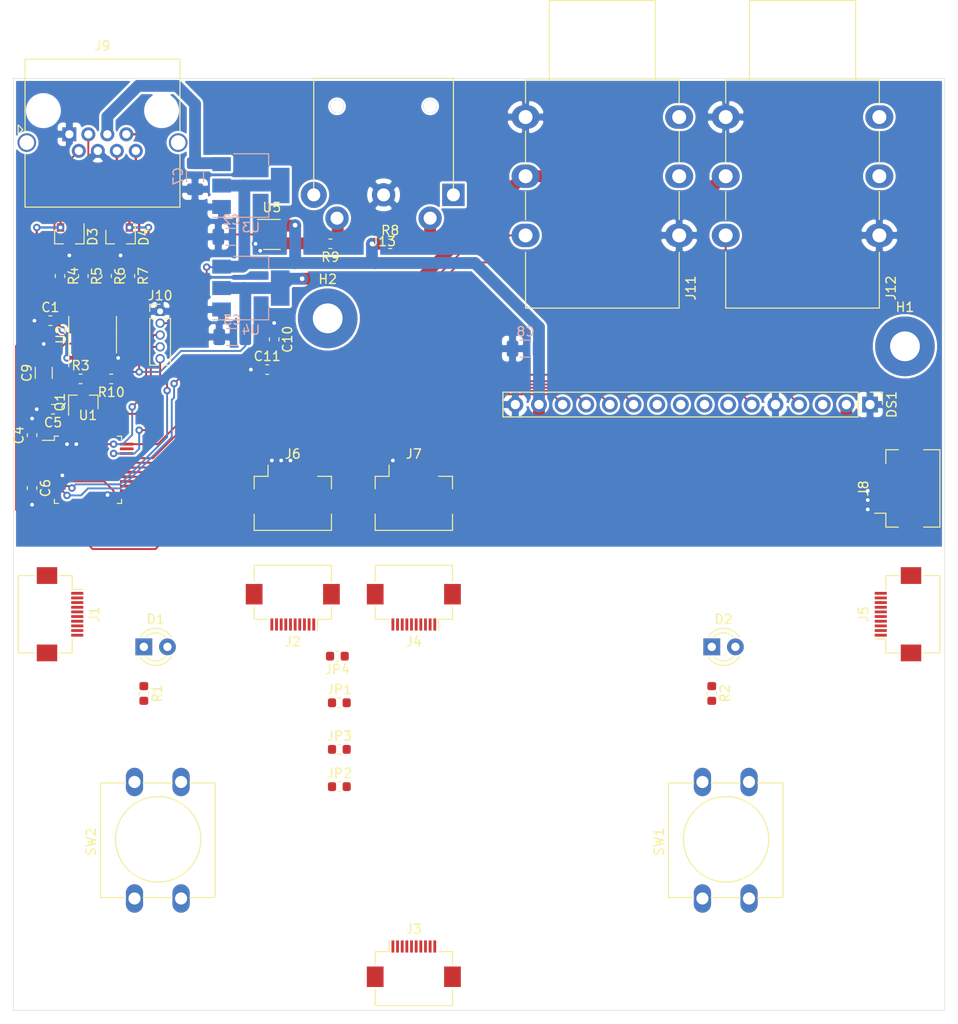
<source format=kicad_pcb>
(kicad_pcb (version 20171130) (host pcbnew 5.1.4+dfsg1-1)
  (layers (0 F.Cu signal) (31 B.Cu signal) (34 B.Paste user) (35 F.Paste user) (36 B.SilkS user) (37 F.SilkS user) (38 B.Mask user) (39 F.Mask user) (44 Edge.Cuts user))
  (net 0 "")
  (net 1 +3V3)
  (net 2 "Net-(U1-Pad2)")
  (net 3 "Net-(U1-Pad3)")
  (net 4 "Net-(U1-Pad4)")
  (net 5 /NRST)
  (net 6 /TX)
  (net 7 /RX)
  (net 8 /SWDIO)
  (net 9 /SWCLK)
  (net 10 "Net-(U1-Pad38)")
  (net 11 "Net-(D1-Pad1)")
  (net 12 "Net-(D2-Pad1)")
  (net 13 GND)
  (net 14 /LED1)
  (net 15 /LED2)
  (net 16 +5V)
  (net 17 "Net-(DS1-Pad3)")
  (net 18 /LCDRS)
  (net 19 /LCDE)
  (net 20 "Net-(DS1-Pad7)")
  (net 21 "Net-(DS1-Pad8)")
  (net 22 "Net-(DS1-Pad9)")
  (net 23 "Net-(DS1-Pad10)")
  (net 24 /LCDD4)
  (net 25 /LCDD5)
  (net 26 /LCDD6)
  (net 27 /LCDD7)
  (net 28 /SW2)
  (net 29 /SW1)
  (net 30 /SOUTH1)
  (net 31 /SOUTH2)
  (net 32 /SOUTH3)
  (net 33 /SOUTH4)
  (net 34 "Net-(J8-Pad7)")
  (net 35 "Net-(J8-Pad9)")
  (net 36 /RX-)
  (net 37 /RX+)
  (net 38 /TX-)
  (net 39 /TX+)
  (net 40 "Net-(R4-Pad2)")
  (net 41 "Net-(R5-Pad2)")
  (net 42 "Net-(R6-Pad2)")
  (net 43 "Net-(R7-Pad2)")
  (net 44 VDD)
  (net 45 /IO0)
  (net 46 /IO1)
  (net 47 /IO2)
  (net 48 /IO3)
  (net 49 "Net-(U1-Pad39)")
  (net 50 "Net-(U1-Pad40)")
  (net 51 "Net-(U1-Pad41)")
  (net 52 "Net-(U1-Pad45)")
  (net 53 "Net-(U1-Pad46)")
  (net 54 /IO4)
  (net 55 /IO5)
  (net 56 /IO6)
  (net 57 /IO7)
  (net 58 /IO10)
  (net 59 /IO9)
  (net 60 /IO8)
  (net 61 /IO11)
  (net 62 "Net-(J4-Pad1)")
  (net 63 "Net-(J4-Pad2)")
  (net 64 "Net-(J4-Pad3)")
  (net 65 "Net-(J4-Pad4)")
  (net 66 /IO12)
  (net 67 /IO13)
  (net 68 "Net-(U1-Pad5)")
  (net 69 "Net-(U1-Pad6)")
  (net 70 /EXP1)
  (net 71 /EXP2)
  (net 72 "Net-(J13-Pad4)")
  (net 73 "Net-(J13-Pad5)")
  (net 74 "Net-(R9-Pad2)")
  (net 75 /MIDI_TX)
  (net 76 "Net-(J11-PadRN1)")
  (net 77 "Net-(J11-PadSN1)")
  (net 78 "Net-(J12-PadSN1)")
  (net 79 "Net-(J12-PadRN1)")
  (net 80 "Net-(J13-Pad1)")
  (net 81 "Net-(J13-Pad3)")
  (net 82 "Net-(Q1-Pad3)")
  (net 83 "Net-(U1-Pad35)")
  (module Package_TO_SOT_SMD:SOT-23 (layer F.Cu) (at 67.5 64.75 90)
    (fp_text reference Q1 (at 0 -2.5 90) (layer F.SilkS))
    (fp_text value 2N7002)
    (pad 1 smd rect (at -1 -0.95 90) (size 0.9 0.8) (layers F.Cu F.Paste F.Mask) (net 1 +3V3))
    (pad 2 smd rect (at -1 0.95 90) (size 0.9 0.8) (layers F.Cu F.Paste F.Mask) (net 7 /RX))
    (pad 3 smd rect (at 1 0 90) (size 0.9 0.8) (layers F.Cu F.Paste F.Mask) (net 82 "Net-(Q1-Pad3)"))
  )
  (module footctl:NYS126 (layer F.Cu) (at 144.75 40.5 90)
    (fp_text reference J12 (at -12 9.5 90) (layer F.SilkS))
    (fp_text value EXP1)
    (pad SN1 thru_hole oval (at 6.35 8.25 90) (size 2.5 3) (drill 1.5) (layers *.Cu *.Mask) (net 78 "Net-(J12-PadSN1)"))
    (pad RN1 thru_hole oval (at 0 8.25 270) (size 2.5 3) (drill 1.5) (layers *.Cu *.Mask) (net 79 "Net-(J12-PadRN1)"))
    (pad TN1 thru_hole oval (at -6.35 8.25 270) (size 2.5 3) (drill 1.5) (layers *.Cu *.Mask) (net 13 GND))
    (pad T1 thru_hole oval (at -6.35 -8.25 270) (size 2.5 3) (drill 1.5) (layers *.Cu *.Mask) (net 71 /EXP2))
    (pad R1 thru_hole oval (at 0 -8.25 270) (size 2.5 3) (drill 1.5) (layers *.Cu *.Mask) (net 1 +3V3))
    (pad S1 thru_hole oval (at 6.35 -8.25 90) (size 2.5 3) (drill 1.5) (layers *.Cu *.Mask) (net 13 GND))
  )
  (module footctl:NYS126 (layer F.Cu) (at 123.25 40.5 90)
    (fp_text reference J11 (at -12 9.5 90) (layer F.SilkS))
    (fp_text value EXP2)
    (pad SN1 thru_hole oval (at 6.35 8.25 90) (size 2.5 3) (drill 1.5) (layers *.Cu *.Mask) (net 77 "Net-(J11-PadSN1)"))
    (pad RN1 thru_hole oval (at 0 8.25 270) (size 2.5 3) (drill 1.5) (layers *.Cu *.Mask) (net 76 "Net-(J11-PadRN1)"))
    (pad TN1 thru_hole oval (at -6.35 8.25 270) (size 2.5 3) (drill 1.5) (layers *.Cu *.Mask) (net 13 GND))
    (pad T1 thru_hole oval (at -6.35 -8.25 270) (size 2.5 3) (drill 1.5) (layers *.Cu *.Mask) (net 70 /EXP1))
    (pad R1 thru_hole oval (at 0 -8.25 270) (size 2.5 3) (drill 1.5) (layers *.Cu *.Mask) (net 1 +3V3))
    (pad S1 thru_hole oval (at 6.35 -8.25 90) (size 2.5 3) (drill 1.5) (layers *.Cu *.Mask) (net 13 GND))
  )
  (module footctl:KCDX-5S-N (layer F.Cu) (at 99.75 42.5)
    (fp_text reference J13 (at 0 5) (layer F.SilkS))
    (fp_text value Conn_01x05_Female)
    (pad 1 thru_hole rect (at 7.5 0) (size 2.4 2.4) (drill 1.4) (layers *.Cu *.Mask) (net 80 "Net-(J13-Pad1)"))
    (pad 2 thru_hole circle (at 0 0) (size 2.5 2.5) (drill 1.4) (layers *.Cu *.Mask) (net 13 GND))
    (pad 3 thru_hole circle (at -7.5 0) (size 2.8 2.8) (drill 1.4) (layers *.Cu *.Mask) (net 81 "Net-(J13-Pad3)"))
    (pad 4 thru_hole circle (at 5 2.5) (size 2.5 2.5) (drill 1.4) (layers *.Cu *.Mask) (net 72 "Net-(J13-Pad4)"))
    (pad 5 thru_hole circle (at -5 2.5) (size 2.5 2.5) (drill 1.4) (layers *.Cu *.Mask) (net 73 "Net-(J13-Pad5)"))
    (pad "" thru_hole circle (at -5 -9.5) (size 1.4 1.4) (drill 1.4) (layers *.Cu *.Mask))
    (pad "" thru_hole circle (at 5 -9.5) (size 1.4 1.4) (drill 1.4) (layers *.Cu *.Mask))
  )
  (module Connector_RJ:RJ45_Amphenol_RJHSE5380 (layer F.Cu) (at 66 36)
    (fp_text reference J9 (at 3.56 -9.5) (layer F.SilkS))
    (fp_text value RJ45)
    (pad 1 thru_hole rect (at 0 0) (size 1.5 1.5) (drill 0.89) (layers *.Cu *.Mask) (net 13 GND))
    (pad 3 thru_hole circle (at 2.04 0) (size 1.5 1.5) (drill 0.89) (layers *.Cu *.Mask) (net 36 /RX-))
    (pad 5 thru_hole circle (at 4.08 0) (size 1.5 1.5) (drill 0.89) (layers *.Cu *.Mask) (net 44 VDD))
    (pad 7 thru_hole circle (at 6.12 0) (size 1.5 1.5) (drill 0.89) (layers *.Cu *.Mask) (net 38 /TX-))
    (pad 2 thru_hole circle (at 1.02 1.78) (size 1.5 1.5) (drill 0.89) (layers *.Cu *.Mask) (net 44 VDD))
    (pad 4 thru_hole circle (at 3.06 1.78) (size 1.5 1.5) (drill 0.89) (layers *.Cu *.Mask) (net 13 GND))
    (pad 6 thru_hole circle (at 5.1 1.78) (size 1.5 1.5) (drill 0.89) (layers *.Cu *.Mask) (net 37 /RX+))
    (pad 8 thru_hole circle (at 7.14 1.78) (size 1.5 1.5) (drill 0.89) (layers *.Cu *.Mask) (net 39 /TX+))
    (pad "" np_thru_hole circle (at -2.79 -2.54) (size 3.25 3.25) (drill 3.25) (layers *.Cu *.Mask))
    (pad "" np_thru_hole circle (at 9.91 -2.54) (size 3.25 3.25) (drill 3.25) (layers *.Cu *.Mask))
    (pad SH thru_hole circle (at 11.69 0.89) (size 2 2) (drill 1.57) (layers *.Cu *.Mask))
    (pad SH thru_hole circle (at -4.57 0.89) (size 2 2) (drill 1.57) (layers *.Cu *.Mask))
  )
  (module Package_QFP:LQFP-48_7x7mm_P0.5mm (layer F.Cu) (at 68 72)
    (fp_text reference U1 (at 0 -5.85) (layer F.SilkS))
    (fp_text value STM32F030C8Tx)
    (pad 1 smd roundrect (at -4.1625 -2.75) (size 1.475 0.3) (layers F.Cu F.Paste F.Mask) (net 1 +3V3))
    (pad 2 smd roundrect (at -4.1625 -2.25) (size 1.475 0.3) (layers F.Cu F.Paste F.Mask) (net 2 "Net-(U1-Pad2)"))
    (pad 3 smd roundrect (at -4.1625 -1.75) (size 1.475 0.3) (layers F.Cu F.Paste F.Mask) (net 3 "Net-(U1-Pad3)"))
    (pad 4 smd roundrect (at -4.1625 -1.25) (size 1.475 0.3) (layers F.Cu F.Paste F.Mask) (net 4 "Net-(U1-Pad4)"))
    (pad 5 smd roundrect (at -4.1625 -0.75) (size 1.475 0.3) (layers F.Cu F.Paste F.Mask) (net 68 "Net-(U1-Pad5)"))
    (pad 6 smd roundrect (at -4.1625 -0.25) (size 1.475 0.3) (layers F.Cu F.Paste F.Mask) (net 69 "Net-(U1-Pad6)"))
    (pad 7 smd roundrect (at -4.1625 0.25) (size 1.475 0.3) (layers F.Cu F.Paste F.Mask) (net 5 /NRST))
    (pad 8 smd roundrect (at -4.1625 0.75) (size 1.475 0.3) (layers F.Cu F.Paste F.Mask) (net 13 GND))
    (pad 9 smd roundrect (at -4.1625 1.25) (size 1.475 0.3) (layers F.Cu F.Paste F.Mask) (net 1 +3V3))
    (pad 10 smd roundrect (at -4.1625 1.75) (size 1.475 0.3) (layers F.Cu F.Paste F.Mask) (net 70 /EXP1))
    (pad 11 smd roundrect (at -4.1625 2.25) (size 1.475 0.3) (layers F.Cu F.Paste F.Mask) (net 71 /EXP2))
    (pad 12 smd roundrect (at -4.1625 2.75) (size 1.475 0.3) (layers F.Cu F.Paste F.Mask) (net 75 /MIDI_TX))
    (pad 13 smd roundrect (at -2.75 4.1625) (size 0.3 1.475) (layers F.Cu F.Paste F.Mask) (net 67 /IO13))
    (pad 14 smd roundrect (at -2.25 4.1625) (size 0.3 1.475) (layers F.Cu F.Paste F.Mask) (net 66 /IO12))
    (pad 15 smd roundrect (at -1.75 4.1625) (size 0.3 1.475) (layers F.Cu F.Paste F.Mask) (net 61 /IO11))
    (pad 16 smd roundrect (at -1.25 4.1625) (size 0.3 1.475) (layers F.Cu F.Paste F.Mask) (net 58 /IO10))
    (pad 17 smd roundrect (at -0.75 4.1625) (size 0.3 1.475) (layers F.Cu F.Paste F.Mask) (net 59 /IO9))
    (pad 18 smd roundrect (at -0.25 4.1625) (size 0.3 1.475) (layers F.Cu F.Paste F.Mask) (net 60 /IO8))
    (pad 19 smd roundrect (at 0.25 4.1625) (size 0.3 1.475) (layers F.Cu F.Paste F.Mask) (net 57 /IO7))
    (pad 20 smd roundrect (at 0.75 4.1625) (size 0.3 1.475) (layers F.Cu F.Paste F.Mask) (net 56 /IO6))
    (pad 21 smd roundrect (at 1.25 4.1625) (size 0.3 1.475) (layers F.Cu F.Paste F.Mask) (net 55 /IO5))
    (pad 22 smd roundrect (at 1.75 4.1625) (size 0.3 1.475) (layers F.Cu F.Paste F.Mask) (net 54 /IO4))
    (pad 23 smd roundrect (at 2.25 4.1625) (size 0.3 1.475) (layers F.Cu F.Paste F.Mask) (net 13 GND))
    (pad 24 smd roundrect (at 2.75 4.1625) (size 0.3 1.475) (layers F.Cu F.Paste F.Mask) (net 1 +3V3))
    (pad 25 smd roundrect (at 4.1625 2.75) (size 1.475 0.3) (layers F.Cu F.Paste F.Mask) (net 45 /IO0))
    (pad 26 smd roundrect (at 4.1625 2.25) (size 1.475 0.3) (layers F.Cu F.Paste F.Mask) (net 46 /IO1))
    (pad 27 smd roundrect (at 4.1625 1.75) (size 1.475 0.3) (layers F.Cu F.Paste F.Mask) (net 47 /IO2))
    (pad 28 smd roundrect (at 4.1625 1.25) (size 1.475 0.3) (layers F.Cu F.Paste F.Mask) (net 48 /IO3))
    (pad 29 smd roundrect (at 4.1625 0.75) (size 1.475 0.3) (layers F.Cu F.Paste F.Mask) (net 27 /LCDD7))
    (pad 30 smd roundrect (at 4.1625 0.25) (size 1.475 0.3) (layers F.Cu F.Paste F.Mask) (net 26 /LCDD6))
    (pad 31 smd roundrect (at 4.1625 -0.25) (size 1.475 0.3) (layers F.Cu F.Paste F.Mask) (net 25 /LCDD5))
    (pad 32 smd roundrect (at 4.1625 -0.75) (size 1.475 0.3) (layers F.Cu F.Paste F.Mask) (net 24 /LCDD4))
    (pad 33 smd roundrect (at 4.1625 -1.25) (size 1.475 0.3) (layers F.Cu F.Paste F.Mask) (net 19 /LCDE))
    (pad 34 smd roundrect (at 4.1625 -1.75) (size 1.475 0.3) (layers F.Cu F.Paste F.Mask) (net 8 /SWDIO))
    (pad 35 smd roundrect (at 4.1625 -2.25) (size 1.475 0.3) (layers F.Cu F.Paste F.Mask) (net 83 "Net-(U1-Pad35)"))
    (pad 36 smd roundrect (at 4.1625 -2.75) (size 1.475 0.3) (layers F.Cu F.Paste F.Mask) (net 18 /LCDRS))
    (pad 37 smd roundrect (at 2.75 -4.1625) (size 0.3 1.475) (layers F.Cu F.Paste F.Mask) (net 9 /SWCLK))
    (pad 38 smd roundrect (at 2.25 -4.1625) (size 0.3 1.475) (layers F.Cu F.Paste F.Mask) (net 10 "Net-(U1-Pad38)"))
    (pad 39 smd roundrect (at 1.75 -4.1625) (size 0.3 1.475) (layers F.Cu F.Paste F.Mask) (net 49 "Net-(U1-Pad39)"))
    (pad 40 smd roundrect (at 1.25 -4.1625) (size 0.3 1.475) (layers F.Cu F.Paste F.Mask) (net 50 "Net-(U1-Pad40)"))
    (pad 41 smd roundrect (at 0.75 -4.1625) (size 0.3 1.475) (layers F.Cu F.Paste F.Mask) (net 51 "Net-(U1-Pad41)"))
    (pad 42 smd roundrect (at 0.25 -4.1625) (size 0.3 1.475) (layers F.Cu F.Paste F.Mask) (net 6 /TX))
    (pad 43 smd roundrect (at -0.25 -4.1625) (size 0.3 1.475) (layers F.Cu F.Paste F.Mask) (net 7 /RX))
    (pad 44 smd roundrect (at -0.75 -4.1625) (size 0.3 1.475) (layers F.Cu F.Paste F.Mask) (net 13 GND))
    (pad 45 smd roundrect (at -1.25 -4.1625) (size 0.3 1.475) (layers F.Cu F.Paste F.Mask) (net 52 "Net-(U1-Pad45)"))
    (pad 46 smd roundrect (at -1.75 -4.1625) (size 0.3 1.475) (layers F.Cu F.Paste F.Mask) (net 53 "Net-(U1-Pad46)"))
    (pad 47 smd roundrect (at -2.25 -4.1625) (size 0.3 1.475) (layers F.Cu F.Paste F.Mask) (net 13 GND))
    (pad 48 smd roundrect (at -2.75 -4.1625) (size 0.3 1.475) (layers F.Cu F.Paste F.Mask) (net 1 +3V3))
  )
  (module LED_THT:LED_D3.0mm (layer F.Cu) (at 74 91)
    (fp_text reference D1 (at 1.27 -2.96) (layer F.SilkS))
    (fp_text value LED)
    (pad 1 thru_hole rect (at 0 0) (size 1.8 1.8) (drill 0.9) (layers *.Cu *.Mask) (net 11 "Net-(D1-Pad1)"))
    (pad 2 thru_hole circle (at 2.54 0) (size 1.8 1.8) (drill 0.9) (layers *.Cu *.Mask) (net 14 /LED1))
  )
  (module LED_THT:LED_D3.0mm (layer F.Cu) (at 135 91)
    (fp_text reference D2 (at 1.27 -2.96) (layer F.SilkS))
    (fp_text value LED)
    (pad 2 thru_hole circle (at 2.54 0) (size 1.8 1.8) (drill 0.9) (layers *.Cu *.Mask) (net 15 /LED2))
    (pad 1 thru_hole rect (at 0 0) (size 1.8 1.8) (drill 0.9) (layers *.Cu *.Mask) (net 12 "Net-(D2-Pad1)"))
  )
  (module Resistor_SMD:R_0603_1608Metric (layer F.Cu) (at 74 96 270)
    (fp_text reference R1 (at 0 -1.43 90) (layer F.SilkS))
    (fp_text value R)
    (pad 1 smd roundrect (at -0.7875 0 270) (size 0.875 0.95) (layers F.Cu F.Paste F.Mask) (net 11 "Net-(D1-Pad1)"))
    (pad 2 smd roundrect (at 0.7875 0 270) (size 0.875 0.95) (layers F.Cu F.Paste F.Mask) (net 13 GND))
  )
  (module Resistor_SMD:R_0603_1608Metric (layer F.Cu) (at 135 96 270)
    (fp_text reference R2 (at 0 -1.43 90) (layer F.SilkS))
    (fp_text value R)
    (pad 2 smd roundrect (at 0.7875 0 270) (size 0.875 0.95) (layers F.Cu F.Paste F.Mask) (net 13 GND))
    (pad 1 smd roundrect (at -0.7875 0 270) (size 0.875 0.95) (layers F.Cu F.Paste F.Mask) (net 12 "Net-(D2-Pad1)"))
  )
  (module Button_Switch_THT:SW_PUSH-12mm (layer F.Cu) (at 134 118 90)
    (fp_text reference SW1 (at 6.08 -4.66 90) (layer F.SilkS))
    (fp_text value SW_SPST)
    (pad 1 thru_hole oval (at 12.5 0 90) (size 3.048 1.85) (drill 1.3) (layers *.Cu *.Mask) (net 29 /SW1))
    (pad 2 thru_hole oval (at 12.5 5 90) (size 3.048 1.85) (drill 1.3) (layers *.Cu *.Mask) (net 13 GND))
    (pad 1 thru_hole oval (at 0 0 90) (size 3.048 1.85) (drill 1.3) (layers *.Cu *.Mask) (net 29 /SW1))
    (pad 2 thru_hole oval (at 0 5 90) (size 3.048 1.85) (drill 1.3) (layers *.Cu *.Mask) (net 13 GND))
  )
  (module Button_Switch_THT:SW_PUSH-12mm (layer F.Cu) (at 73 118 90)
    (fp_text reference SW2 (at 6.08 -4.66 90) (layer F.SilkS))
    (fp_text value SW_SPST)
    (pad 2 thru_hole oval (at 0 5 90) (size 3.048 1.85) (drill 1.3) (layers *.Cu *.Mask) (net 13 GND))
    (pad 1 thru_hole oval (at 0 0 90) (size 3.048 1.85) (drill 1.3) (layers *.Cu *.Mask) (net 28 /SW2))
    (pad 2 thru_hole oval (at 12.5 5 90) (size 3.048 1.85) (drill 1.3) (layers *.Cu *.Mask) (net 13 GND))
    (pad 1 thru_hole oval (at 12.5 0 90) (size 3.048 1.85) (drill 1.3) (layers *.Cu *.Mask) (net 28 /SW2))
  )
  (module Capacitor_SMD:C_0603_1608Metric (layer F.Cu) (at 63.9625 56)
    (fp_text reference C1 (at 0 -1.43) (layer F.SilkS))
    (fp_text value 0.1u)
    (pad 1 smd roundrect (at -0.7875 0) (size 0.875 0.95) (layers F.Cu F.Paste F.Mask) (net 13 GND))
    (pad 2 smd roundrect (at 0.7875 0) (size 0.875 0.95) (layers F.Cu F.Paste F.Mask) (net 44 VDD))
  )
  (module Capacitor_SMD:C_1206_3216Metric (layer B.Cu) (at 83.4 47 180)
    (fp_text reference C2 (at 0 1.82) (layer B.SilkS) (effects (justify mirror)))
    (fp_text value CP)
    (pad 1 smd roundrect (at -1.4 0 180) (size 1.25 1.75) (layers B.Cu B.Paste B.Mask) (roundrect_rratio 0.2) (net 16 +5V))
    (pad 2 smd roundrect (at 1.4 0 180) (size 1.25 1.75) (layers B.Cu B.Paste B.Mask) (roundrect_rratio 0.2) (net 13 GND))
  )
  (module Capacitor_SMD:C_1206_3216Metric (layer B.Cu) (at 83.5 57.75 180)
    (fp_text reference C3 (at 0 1.82) (layer B.SilkS) (effects (justify mirror)))
    (fp_text value CP)
    (pad 2 smd roundrect (at 1.4 0 180) (size 1.25 1.75) (layers B.Cu B.Paste B.Mask) (roundrect_rratio 0.2) (net 13 GND))
    (pad 1 smd roundrect (at -1.4 0 180) (size 1.25 1.75) (layers B.Cu B.Paste B.Mask) (roundrect_rratio 0.2) (net 1 +3V3))
  )
  (module Capacitor_SMD:C_0603_1608Metric (layer F.Cu) (at 62 68.2875 90)
    (fp_text reference C4 (at 0 -1.43 90) (layer F.SilkS))
    (fp_text value 0.1u)
    (pad 2 smd roundrect (at 0.7875 0 90) (size 0.875 0.95) (layers F.Cu F.Paste F.Mask) (net 13 GND))
    (pad 1 smd roundrect (at -0.7875 0 90) (size 0.875 0.95) (layers F.Cu F.Paste F.Mask) (net 1 +3V3))
  )
  (module Capacitor_SMD:C_0603_1608Metric (layer F.Cu) (at 64.25 65.5 180)
    (fp_text reference C5 (at 0 -1.43) (layer F.SilkS))
    (fp_text value 0.1u)
    (pad 1 smd roundrect (at -0.7875 0 180) (size 0.875 0.95) (layers F.Cu F.Paste F.Mask) (net 1 +3V3))
    (pad 2 smd roundrect (at 0.7875 0 180) (size 0.875 0.95) (layers F.Cu F.Paste F.Mask) (net 13 GND))
  )
  (module Capacitor_SMD:C_0603_1608Metric (layer F.Cu) (at 62 73.9625 270)
    (fp_text reference C6 (at 0 -1.43 90) (layer F.SilkS))
    (fp_text value 0.1u)
    (pad 2 smd roundrect (at 0.7875 0 270) (size 0.875 0.95) (layers F.Cu F.Paste F.Mask) (net 13 GND))
    (pad 1 smd roundrect (at -0.7875 0 270) (size 0.875 0.95) (layers F.Cu F.Paste F.Mask) (net 1 +3V3))
  )
  (module Package_TO_SOT_SMD:SOT-23 (layer F.Cu) (at 66 47 270)
    (fp_text reference D3 (at 0 -2.5 90) (layer F.SilkS))
    (fp_text value D_TVS_x2_AAC)
    (pad 1 smd rect (at -1 -0.95 270) (size 0.9 0.8) (layers F.Cu F.Paste F.Mask) (net 36 /RX-))
    (pad 2 smd rect (at -1 0.95 270) (size 0.9 0.8) (layers F.Cu F.Paste F.Mask) (net 37 /RX+))
    (pad 3 smd rect (at 1 0 270) (size 0.9 0.8) (layers F.Cu F.Paste F.Mask) (net 13 GND))
  )
  (module Package_TO_SOT_SMD:SOT-23 (layer F.Cu) (at 71.5 47 270)
    (fp_text reference D4 (at 0 -2.5 90) (layer F.SilkS))
    (fp_text value D_TVS_x2_AAC)
    (pad 3 smd rect (at 1 0 270) (size 0.9 0.8) (layers F.Cu F.Paste F.Mask) (net 13 GND))
    (pad 2 smd rect (at -1 0.95 270) (size 0.9 0.8) (layers F.Cu F.Paste F.Mask) (net 38 /TX-))
    (pad 1 smd rect (at -1 -0.95 270) (size 0.9 0.8) (layers F.Cu F.Paste F.Mask) (net 39 /TX+))
  )
  (module Resistor_SMD:R_0603_1608Metric (layer F.Cu) (at 95 97)
    (fp_text reference JP1 (at 0 -1.43) (layer F.SilkS))
    (fp_text value Jumper)
    (pad 1 smd roundrect (at -0.7875 0) (size 0.875 0.95) (layers F.Cu F.Paste F.Mask) (net 33 /SOUTH4))
    (pad 2 smd roundrect (at 0.7875 0) (size 0.875 0.95) (layers F.Cu F.Paste F.Mask) (net 14 /LED1))
  )
  (module Resistor_SMD:R_0603_1608Metric (layer F.Cu) (at 95 106)
    (fp_text reference JP2 (at 0 -1.43) (layer F.SilkS))
    (fp_text value Jumper)
    (pad 1 smd roundrect (at -0.7875 0) (size 0.875 0.95) (layers F.Cu F.Paste F.Mask) (net 32 /SOUTH3))
    (pad 2 smd roundrect (at 0.7875 0) (size 0.875 0.95) (layers F.Cu F.Paste F.Mask) (net 29 /SW1))
  )
  (module Resistor_SMD:R_0603_1608Metric (layer F.Cu) (at 95 102)
    (fp_text reference JP3 (at 0 -1.43) (layer F.SilkS))
    (fp_text value Jumper)
    (pad 2 smd roundrect (at 0.7875 0) (size 0.875 0.95) (layers F.Cu F.Paste F.Mask) (net 15 /LED2))
    (pad 1 smd roundrect (at -0.7875 0) (size 0.875 0.95) (layers F.Cu F.Paste F.Mask) (net 31 /SOUTH2))
  )
  (module Resistor_SMD:R_0603_1608Metric (layer F.Cu) (at 94.7875 92 180)
    (fp_text reference JP4 (at 0 -1.43) (layer F.SilkS))
    (fp_text value Jumper)
    (pad 1 smd roundrect (at -0.7875 0 180) (size 0.875 0.95) (layers F.Cu F.Paste F.Mask) (net 30 /SOUTH1))
    (pad 2 smd roundrect (at 0.7875 0 180) (size 0.875 0.95) (layers F.Cu F.Paste F.Mask) (net 28 /SW2))
  )
  (module Resistor_SMD:R_0603_1608Metric (layer F.Cu) (at 67.2125 62.25)
    (fp_text reference R3 (at 0 -1.43) (layer F.SilkS))
    (fp_text value 10K)
    (pad 1 smd roundrect (at -0.7875 0) (size 0.875 0.95) (layers F.Cu F.Paste F.Mask) (net 44 VDD))
    (pad 2 smd roundrect (at 0.7875 0) (size 0.875 0.95) (layers F.Cu F.Paste F.Mask) (net 82 "Net-(Q1-Pad3)"))
  )
  (module Resistor_SMD:R_0603_1608Metric (layer F.Cu) (at 65 51.2125 270)
    (fp_text reference R4 (at 0 -1.43 90) (layer F.SilkS))
    (fp_text value 10)
    (pad 2 smd roundrect (at 0.7875 0 270) (size 0.875 0.95) (layers F.Cu F.Paste F.Mask) (net 40 "Net-(R4-Pad2)"))
    (pad 1 smd roundrect (at -0.7875 0 270) (size 0.875 0.95) (layers F.Cu F.Paste F.Mask) (net 37 /RX+))
  )
  (module Resistor_SMD:R_0603_1608Metric (layer F.Cu) (at 67.5 51.2125 270)
    (fp_text reference R5 (at 0 -1.43 90) (layer F.SilkS))
    (fp_text value 10)
    (pad 1 smd roundrect (at -0.7875 0 270) (size 0.875 0.95) (layers F.Cu F.Paste F.Mask) (net 36 /RX-))
    (pad 2 smd roundrect (at 0.7875 0 270) (size 0.875 0.95) (layers F.Cu F.Paste F.Mask) (net 41 "Net-(R5-Pad2)"))
  )
  (module Resistor_SMD:R_0603_1608Metric (layer F.Cu) (at 70 51.2125 270)
    (fp_text reference R6 (at 0 -1.43 90) (layer F.SilkS))
    (fp_text value 10)
    (pad 2 smd roundrect (at 0.7875 0 270) (size 0.875 0.95) (layers F.Cu F.Paste F.Mask) (net 42 "Net-(R6-Pad2)"))
    (pad 1 smd roundrect (at -0.7875 0 270) (size 0.875 0.95) (layers F.Cu F.Paste F.Mask) (net 38 /TX-))
  )
  (module Resistor_SMD:R_0603_1608Metric (layer F.Cu) (at 72.5 51.2125 270)
    (fp_text reference R7 (at 0 -1.43 90) (layer F.SilkS))
    (fp_text value 10)
    (pad 2 smd roundrect (at 0.7875 0 270) (size 0.875 0.95) (layers F.Cu F.Paste F.Mask) (net 43 "Net-(R7-Pad2)"))
    (pad 1 smd roundrect (at -0.7875 0 270) (size 0.875 0.95) (layers F.Cu F.Paste F.Mask) (net 39 /TX+))
  )
  (module Package_SO:SOIC-8_3.9x4.9mm_P1.27mm (layer F.Cu) (at 68.5 57.5 90)
    (fp_text reference U2 (at 0 -3.4 90) (layer F.SilkS))
    (fp_text value THVD1451)
    (pad 1 smd roundrect (at -2.475 -1.905 90) (size 1.95 0.6) (layers F.Cu F.Paste F.Mask) (net 44 VDD))
    (pad 2 smd roundrect (at -2.475 -0.635 90) (size 1.95 0.6) (layers F.Cu F.Paste F.Mask) (net 82 "Net-(Q1-Pad3)"))
    (pad 3 smd roundrect (at -2.475 0.635 90) (size 1.95 0.6) (layers F.Cu F.Paste F.Mask) (net 6 /TX))
    (pad 4 smd roundrect (at -2.475 1.905 90) (size 1.95 0.6) (layers F.Cu F.Paste F.Mask) (net 13 GND))
    (pad 5 smd roundrect (at 2.475 1.905 90) (size 1.95 0.6) (layers F.Cu F.Paste F.Mask) (net 43 "Net-(R7-Pad2)"))
    (pad 6 smd roundrect (at 2.475 0.635 90) (size 1.95 0.6) (layers F.Cu F.Paste F.Mask) (net 42 "Net-(R6-Pad2)"))
    (pad 7 smd roundrect (at 2.475 -0.635 90) (size 1.95 0.6) (layers F.Cu F.Paste F.Mask) (net 41 "Net-(R5-Pad2)"))
    (pad 8 smd roundrect (at 2.475 -1.905 90) (size 1.95 0.6) (layers F.Cu F.Paste F.Mask) (net 40 "Net-(R4-Pad2)"))
  )
  (module Capacitor_SMD:C_1206_3216Metric (layer B.Cu) (at 79.5 40.5 270)
    (fp_text reference C7 (at 0 1.82 90) (layer B.SilkS) (effects (justify mirror)))
    (fp_text value CP)
    (pad 2 smd roundrect (at 1.4 0 270) (size 1.25 1.75) (layers B.Cu B.Paste B.Mask) (roundrect_rratio 0.2) (net 13 GND))
    (pad 1 smd roundrect (at -1.4 0 270) (size 1.25 1.75) (layers B.Cu B.Paste B.Mask) (roundrect_rratio 0.2) (net 44 VDD))
  )
  (module Capacitor_SMD:C_1206_3216Metric (layer B.Cu) (at 115 59 180)
    (fp_text reference C8 (at 0 1.82) (layer B.SilkS) (effects (justify mirror)))
    (fp_text value CP)
    (pad 1 smd roundrect (at -1.4 0 180) (size 1.25 1.75) (layers B.Cu B.Paste B.Mask) (roundrect_rratio 0.2) (net 16 +5V))
    (pad 2 smd roundrect (at 1.4 0 180) (size 1.25 1.75) (layers B.Cu B.Paste B.Mask) (roundrect_rratio 0.2) (net 13 GND))
  )
  (module Capacitor_SMD:C_1206_3216Metric (layer F.Cu) (at 63.25 61.6 90)
    (fp_text reference C9 (at 0 -1.82 90) (layer F.SilkS))
    (fp_text value CP)
    (pad 1 smd roundrect (at -1.4 0 90) (size 1.25 1.75) (layers F.Cu F.Paste F.Mask) (roundrect_rratio 0.2) (net 1 +3V3))
    (pad 2 smd roundrect (at 1.4 0 90) (size 1.25 1.75) (layers F.Cu F.Paste F.Mask) (roundrect_rratio 0.2) (net 13 GND))
  )
  (module Package_TO_SOT_SMD:SOT-223-3_TabPin2 (layer B.Cu) (at 85.5 41.5)
    (fp_text reference U3 (at 0 4.5) (layer B.SilkS) (effects (justify mirror)))
    (fp_text value LD1117S50TR_SOT223)
    (pad 1 smd rect (at -3.15 2.3) (size 2 1.5) (layers B.Cu B.Paste B.Mask) (net 13 GND))
    (pad 3 smd rect (at -3.15 -2.3) (size 2 1.5) (layers B.Cu B.Paste B.Mask) (net 44 VDD))
    (pad 2 smd rect (at -3.15 0) (size 2 1.5) (layers B.Cu B.Paste B.Mask) (net 16 +5V))
    (pad 2 smd rect (at 3.15 0) (size 2 3.8) (layers B.Cu B.Paste B.Mask) (net 16 +5V))
  )
  (module Package_TO_SOT_SMD:SOT-223-3_TabPin2 (layer B.Cu) (at 85.5 52.5)
    (fp_text reference U4 (at 0 4.5) (layer B.SilkS) (effects (justify mirror)))
    (fp_text value LD1117S33TR_SOT223)
    (pad 2 smd rect (at 3.15 0) (size 2 3.8) (layers B.Cu B.Paste B.Mask) (net 1 +3V3))
    (pad 2 smd rect (at -3.15 0) (size 2 1.5) (layers B.Cu B.Paste B.Mask) (net 1 +3V3))
    (pad 3 smd rect (at -3.15 -2.3) (size 2 1.5) (layers B.Cu B.Paste B.Mask) (net 16 +5V))
    (pad 1 smd rect (at -3.15 2.3) (size 2 1.5) (layers B.Cu B.Paste B.Mask) (net 13 GND))
  )
  (module Connector_PinHeader_1.27mm:PinHeader_1x05_P1.27mm_Vertical (layer F.Cu) (at 75.75 55)
    (fp_text reference J10 (at 0 -1.695) (layer F.SilkS))
    (fp_text value Conn_01x05_Female)
    (pad 1 thru_hole rect (at 0 0) (size 1 1) (drill 0.65) (layers *.Cu *.Mask) (net 13 GND))
    (pad 2 thru_hole oval (at 0 1.27) (size 1 1) (drill 0.65) (layers *.Cu *.Mask) (net 16 +5V))
    (pad 3 thru_hole oval (at 0 2.54) (size 1 1) (drill 0.65) (layers *.Cu *.Mask) (net 5 /NRST))
    (pad 4 thru_hole oval (at 0 3.81) (size 1 1) (drill 0.65) (layers *.Cu *.Mask) (net 9 /SWCLK))
    (pad 5 thru_hole oval (at 0 5.08) (size 1 1) (drill 0.65) (layers *.Cu *.Mask) (net 8 /SWDIO))
  )
  (module Resistor_SMD:R_0603_1608Metric (layer F.Cu) (at 100.4625 47.75)
    (fp_text reference R8 (at 0 -1.43) (layer F.SilkS))
    (fp_text value 220)
    (pad 2 smd roundrect (at 0.7875 0) (size 0.875 0.95) (layers F.Cu F.Paste F.Mask) (net 72 "Net-(J13-Pad4)"))
    (pad 1 smd roundrect (at -0.7875 0) (size 0.875 0.95) (layers F.Cu F.Paste F.Mask) (net 16 +5V))
  )
  (module Resistor_SMD:R_0603_1608Metric (layer F.Cu) (at 94.0375 47.75 180)
    (fp_text reference R9 (at 0 -1.43) (layer F.SilkS))
    (fp_text value 220)
    (pad 1 smd roundrect (at -0.7875 0 180) (size 0.875 0.95) (layers F.Cu F.Paste F.Mask) (net 73 "Net-(J13-Pad5)"))
    (pad 2 smd roundrect (at 0.7875 0 180) (size 0.875 0.95) (layers F.Cu F.Paste F.Mask) (net 74 "Net-(R9-Pad2)"))
  )
  (module Package_TO_SOT_SMD:SOT-23-5 (layer F.Cu) (at 87.75 46.75)
    (fp_text reference U5 (at 0 -2.9) (layer F.SilkS))
    (fp_text value 74AUC1G17)
    (pad 1 smd rect (at -1.1 -0.95) (size 1.06 0.65) (layers F.Cu F.Paste F.Mask))
    (pad 2 smd rect (at -1.1 0) (size 1.06 0.65) (layers F.Cu F.Paste F.Mask) (net 75 /MIDI_TX))
    (pad 3 smd rect (at -1.1 0.95) (size 1.06 0.65) (layers F.Cu F.Paste F.Mask) (net 13 GND))
    (pad 4 smd rect (at 1.1 0.95) (size 1.06 0.65) (layers F.Cu F.Paste F.Mask) (net 74 "Net-(R9-Pad2)"))
    (pad 5 smd rect (at 1.1 -0.95) (size 1.06 0.65) (layers F.Cu F.Paste F.Mask) (net 16 +5V))
  )
  (module Connector_PinHeader_2.54mm:PinHeader_1x16_P2.54mm_Vertical (layer F.Cu) (at 152 65 270)
    (fp_text reference DS1 (at 0 -2.33 90) (layer F.SilkS))
    (fp_text value WC1602A)
    (pad 1 thru_hole rect (at 0 0 270) (size 1.7 1.7) (drill 1) (layers *.Cu *.Mask) (net 13 GND))
    (pad 2 thru_hole oval (at 0 2.54 270) (size 1.7 1.7) (drill 1) (layers *.Cu *.Mask) (net 16 +5V))
    (pad 3 thru_hole oval (at 0 5.08 270) (size 1.7 1.7) (drill 1) (layers *.Cu *.Mask) (net 17 "Net-(DS1-Pad3)"))
    (pad 4 thru_hole oval (at 0 7.62 270) (size 1.7 1.7) (drill 1) (layers *.Cu *.Mask) (net 18 /LCDRS))
    (pad 5 thru_hole oval (at 0 10.16 270) (size 1.7 1.7) (drill 1) (layers *.Cu *.Mask) (net 13 GND))
    (pad 6 thru_hole oval (at 0 12.7 270) (size 1.7 1.7) (drill 1) (layers *.Cu *.Mask) (net 19 /LCDE))
    (pad 7 thru_hole oval (at 0 15.24 270) (size 1.7 1.7) (drill 1) (layers *.Cu *.Mask) (net 20 "Net-(DS1-Pad7)"))
    (pad 8 thru_hole oval (at 0 17.78 270) (size 1.7 1.7) (drill 1) (layers *.Cu *.Mask) (net 21 "Net-(DS1-Pad8)"))
    (pad 9 thru_hole oval (at 0 20.32 270) (size 1.7 1.7) (drill 1) (layers *.Cu *.Mask) (net 22 "Net-(DS1-Pad9)"))
    (pad 10 thru_hole oval (at 0 22.86 270) (size 1.7 1.7) (drill 1) (layers *.Cu *.Mask) (net 23 "Net-(DS1-Pad10)"))
    (pad 11 thru_hole oval (at 0 25.4 270) (size 1.7 1.7) (drill 1) (layers *.Cu *.Mask) (net 24 /LCDD4))
    (pad 12 thru_hole oval (at 0 27.94 270) (size 1.7 1.7) (drill 1) (layers *.Cu *.Mask) (net 25 /LCDD5))
    (pad 13 thru_hole oval (at 0 30.48 270) (size 1.7 1.7) (drill 1) (layers *.Cu *.Mask) (net 26 /LCDD6))
    (pad 14 thru_hole oval (at 0 33.02 270) (size 1.7 1.7) (drill 1) (layers *.Cu *.Mask) (net 27 /LCDD7))
    (pad 15 thru_hole oval (at 0 35.56 270) (size 1.7 1.7) (drill 1) (layers *.Cu *.Mask) (net 16 +5V))
    (pad 16 thru_hole oval (at 0 38.1 270) (size 1.7 1.7) (drill 1) (layers *.Cu *.Mask) (net 13 GND))
  )
  (module MountingHole:MountingHole_3.2mm_M3_Pad (layer F.Cu) (at 155.75 58.75)
    (fp_text reference H1 (at 0 -4.2) (layer F.SilkS))
    (fp_text value MountingHole)
    (pad 1 thru_hole circle (at 0 0) (size 6.4 6.4) (drill 3.2) (layers *.Cu *.Mask))
  )
  (module MountingHole:MountingHole_3.2mm_M3_Pad (layer F.Cu) (at 93.75 55.75)
    (fp_text reference H2 (at 0 -4.2) (layer F.SilkS))
    (fp_text value MountingHole)
    (pad 1 thru_hole circle (at 0 0) (size 6.4 6.4) (drill 3.2) (layers *.Cu *.Mask))
  )
  (module Capacitor_SMD:C_0603_1608Metric (layer F.Cu) (at 88 58 270)
    (fp_text reference C10 (at 0 -1.43 90) (layer F.SilkS))
    (fp_text value C)
    (pad 2 smd roundrect (at 0.7875 0 270) (size 0.875 0.95) (layers F.Cu F.Paste F.Mask) (net 70 /EXP1))
    (pad 1 smd roundrect (at -0.7875 0 270) (size 0.875 0.95) (layers F.Cu F.Paste F.Mask) (net 13 GND))
  )
  (module Capacitor_SMD:C_0603_1608Metric (layer F.Cu) (at 87.25 61.25)
    (fp_text reference C11 (at 0 -1.43) (layer F.SilkS))
    (fp_text value C)
    (pad 1 smd roundrect (at -0.7875 0) (size 0.875 0.95) (layers F.Cu F.Paste F.Mask) (net 13 GND))
    (pad 2 smd roundrect (at 0.7875 0) (size 0.875 0.95) (layers F.Cu F.Paste F.Mask) (net 71 /EXP2))
  )
  (module Connector_FFC-FPC:Hirose_FH12-10S-0.5SH_1x10-1MP_P0.50mm_Horizontal (layer F.Cu) (at 65 87.5 270)
    (fp_text reference J1 (at 0 -3.7 90) (layer F.SilkS))
    (fp_text value Conn_01x10_Female)
    (pad 10 smd rect (at 2.25 -1.85 270) (size 0.3 1.3) (layers F.Cu F.Paste F.Mask) (net 13 GND))
    (pad 9 smd rect (at 1.75 -1.85 270) (size 0.3 1.3) (layers F.Cu F.Paste F.Mask) (net 13 GND))
    (pad 8 smd rect (at 1.25 -1.85 270) (size 0.3 1.3) (layers F.Cu F.Paste F.Mask) (net 13 GND))
    (pad 7 smd rect (at 0.75 -1.85 270) (size 0.3 1.3) (layers F.Cu F.Paste F.Mask) (net 13 GND))
    (pad 6 smd rect (at 0.25 -1.85 270) (size 0.3 1.3) (layers F.Cu F.Paste F.Mask) (net 13 GND))
    (pad 5 smd rect (at -0.25 -1.85 270) (size 0.3 1.3) (layers F.Cu F.Paste F.Mask) (net 13 GND))
    (pad 4 smd rect (at -0.75 -1.85 270) (size 0.3 1.3) (layers F.Cu F.Paste F.Mask) (net 14 /LED1))
    (pad 3 smd rect (at -1.25 -1.85 270) (size 0.3 1.3) (layers F.Cu F.Paste F.Mask) (net 29 /SW1))
    (pad 2 smd rect (at -1.75 -1.85 270) (size 0.3 1.3) (layers F.Cu F.Paste F.Mask) (net 15 /LED2))
    (pad 1 smd rect (at -2.25 -1.85 270) (size 0.3 1.3) (layers F.Cu F.Paste F.Mask) (net 28 /SW2))
    (pad MP smd rect (at -4.15 1.4 270) (size 1.8 2.2) (layers F.Cu F.Paste F.Mask))
    (pad MP smd rect (at 4.15 1.4 270) (size 1.8 2.2) (layers F.Cu F.Paste F.Mask))
  )
  (module Connector_FFC-FPC:Hirose_FH12-10S-0.5SH_1x10-1MP_P0.50mm_Horizontal (layer F.Cu) (at 90 86.75 180)
    (fp_text reference J2 (at 0 -3.7) (layer F.SilkS))
    (fp_text value Conn_01x10_Female)
    (pad MP smd rect (at 4.15 1.4 180) (size 1.8 2.2) (layers F.Cu F.Paste F.Mask))
    (pad MP smd rect (at -4.15 1.4 180) (size 1.8 2.2) (layers F.Cu F.Paste F.Mask))
    (pad 1 smd rect (at -2.25 -1.85 180) (size 0.3 1.3) (layers F.Cu F.Paste F.Mask) (net 28 /SW2))
    (pad 2 smd rect (at -1.75 -1.85 180) (size 0.3 1.3) (layers F.Cu F.Paste F.Mask) (net 15 /LED2))
    (pad 3 smd rect (at -1.25 -1.85 180) (size 0.3 1.3) (layers F.Cu F.Paste F.Mask) (net 29 /SW1))
    (pad 4 smd rect (at -0.75 -1.85 180) (size 0.3 1.3) (layers F.Cu F.Paste F.Mask) (net 14 /LED1))
    (pad 5 smd rect (at -0.25 -1.85 180) (size 0.3 1.3) (layers F.Cu F.Paste F.Mask) (net 13 GND))
    (pad 6 smd rect (at 0.25 -1.85 180) (size 0.3 1.3) (layers F.Cu F.Paste F.Mask) (net 13 GND))
    (pad 7 smd rect (at 0.75 -1.85 180) (size 0.3 1.3) (layers F.Cu F.Paste F.Mask) (net 13 GND))
    (pad 8 smd rect (at 1.25 -1.85 180) (size 0.3 1.3) (layers F.Cu F.Paste F.Mask) (net 13 GND))
    (pad 9 smd rect (at 1.75 -1.85 180) (size 0.3 1.3) (layers F.Cu F.Paste F.Mask) (net 13 GND))
    (pad 10 smd rect (at 2.25 -1.85 180) (size 0.3 1.3) (layers F.Cu F.Paste F.Mask) (net 13 GND))
  )
  (module Connector_FFC-FPC:Hirose_FH12-10S-0.5SH_1x10-1MP_P0.50mm_Horizontal (layer F.Cu) (at 103 125)
    (fp_text reference J3 (at 0 -3.7) (layer F.SilkS))
    (fp_text value Conn_01x10_Female)
    (pad 10 smd rect (at 2.25 -1.85) (size 0.3 1.3) (layers F.Cu F.Paste F.Mask) (net 30 /SOUTH1))
    (pad 9 smd rect (at 1.75 -1.85) (size 0.3 1.3) (layers F.Cu F.Paste F.Mask) (net 31 /SOUTH2))
    (pad 8 smd rect (at 1.25 -1.85) (size 0.3 1.3) (layers F.Cu F.Paste F.Mask) (net 32 /SOUTH3))
    (pad 7 smd rect (at 0.75 -1.85) (size 0.3 1.3) (layers F.Cu F.Paste F.Mask) (net 33 /SOUTH4))
    (pad 6 smd rect (at 0.25 -1.85) (size 0.3 1.3) (layers F.Cu F.Paste F.Mask) (net 13 GND))
    (pad 5 smd rect (at -0.25 -1.85) (size 0.3 1.3) (layers F.Cu F.Paste F.Mask) (net 13 GND))
    (pad 4 smd rect (at -0.75 -1.85) (size 0.3 1.3) (layers F.Cu F.Paste F.Mask) (net 13 GND))
    (pad 3 smd rect (at -1.25 -1.85) (size 0.3 1.3) (layers F.Cu F.Paste F.Mask) (net 13 GND))
    (pad 2 smd rect (at -1.75 -1.85) (size 0.3 1.3) (layers F.Cu F.Paste F.Mask) (net 13 GND))
    (pad 1 smd rect (at -2.25 -1.85) (size 0.3 1.3) (layers F.Cu F.Paste F.Mask) (net 13 GND))
    (pad MP smd rect (at -4.15 1.4) (size 1.8 2.2) (layers F.Cu F.Paste F.Mask))
    (pad MP smd rect (at 4.15 1.4) (size 1.8 2.2) (layers F.Cu F.Paste F.Mask))
  )
  (module Connector_FFC-FPC:Hirose_FH12-10S-0.5SH_1x10-1MP_P0.50mm_Horizontal (layer F.Cu) (at 103 86.75 180)
    (fp_text reference J4 (at 0 -3.7) (layer F.SilkS))
    (fp_text value Conn_01x10_Female)
    (pad MP smd rect (at 4.15 1.4 180) (size 1.8 2.2) (layers F.Cu F.Paste F.Mask))
    (pad MP smd rect (at -4.15 1.4 180) (size 1.8 2.2) (layers F.Cu F.Paste F.Mask))
    (pad 1 smd rect (at -2.25 -1.85 180) (size 0.3 1.3) (layers F.Cu F.Paste F.Mask) (net 62 "Net-(J4-Pad1)"))
    (pad 2 smd rect (at -1.75 -1.85 180) (size 0.3 1.3) (layers F.Cu F.Paste F.Mask) (net 63 "Net-(J4-Pad2)"))
    (pad 3 smd rect (at -1.25 -1.85 180) (size 0.3 1.3) (layers F.Cu F.Paste F.Mask) (net 64 "Net-(J4-Pad3)"))
    (pad 4 smd rect (at -0.75 -1.85 180) (size 0.3 1.3) (layers F.Cu F.Paste F.Mask) (net 65 "Net-(J4-Pad4)"))
    (pad 5 smd rect (at -0.25 -1.85 180) (size 0.3 1.3) (layers F.Cu F.Paste F.Mask) (net 30 /SOUTH1))
    (pad 6 smd rect (at 0.25 -1.85 180) (size 0.3 1.3) (layers F.Cu F.Paste F.Mask) (net 31 /SOUTH2))
    (pad 7 smd rect (at 0.75 -1.85 180) (size 0.3 1.3) (layers F.Cu F.Paste F.Mask) (net 32 /SOUTH3))
    (pad 8 smd rect (at 1.25 -1.85 180) (size 0.3 1.3) (layers F.Cu F.Paste F.Mask) (net 33 /SOUTH4))
    (pad 9 smd rect (at 1.75 -1.85 180) (size 0.3 1.3) (layers F.Cu F.Paste F.Mask) (net 13 GND))
    (pad 10 smd rect (at 2.25 -1.85 180) (size 0.3 1.3) (layers F.Cu F.Paste F.Mask) (net 13 GND))
  )
  (module Connector_FFC-FPC:Hirose_FH12-10S-0.5SH_1x10-1MP_P0.50mm_Horizontal (layer F.Cu) (at 155 87.5 90)
    (fp_text reference J5 (at 0 -3.7 90) (layer F.SilkS))
    (fp_text value Conn_01x10_Female)
    (pad MP smd rect (at 4.15 1.4 90) (size 1.8 2.2) (layers F.Cu F.Paste F.Mask))
    (pad MP smd rect (at -4.15 1.4 90) (size 1.8 2.2) (layers F.Cu F.Paste F.Mask))
    (pad 1 smd rect (at -2.25 -1.85 90) (size 0.3 1.3) (layers F.Cu F.Paste F.Mask) (net 13 GND))
    (pad 2 smd rect (at -1.75 -1.85 90) (size 0.3 1.3) (layers F.Cu F.Paste F.Mask) (net 13 GND))
    (pad 3 smd rect (at -1.25 -1.85 90) (size 0.3 1.3) (layers F.Cu F.Paste F.Mask) (net 13 GND))
    (pad 4 smd rect (at -0.75 -1.85 90) (size 0.3 1.3) (layers F.Cu F.Paste F.Mask) (net 13 GND))
    (pad 5 smd rect (at -0.25 -1.85 90) (size 0.3 1.3) (layers F.Cu F.Paste F.Mask) (net 13 GND))
    (pad 6 smd rect (at 0.25 -1.85 90) (size 0.3 1.3) (layers F.Cu F.Paste F.Mask) (net 13 GND))
    (pad 7 smd rect (at 0.75 -1.85 90) (size 0.3 1.3) (layers F.Cu F.Paste F.Mask) (net 65 "Net-(J4-Pad4)"))
    (pad 8 smd rect (at 1.25 -1.85 90) (size 0.3 1.3) (layers F.Cu F.Paste F.Mask) (net 64 "Net-(J4-Pad3)"))
    (pad 9 smd rect (at 1.75 -1.85 90) (size 0.3 1.3) (layers F.Cu F.Paste F.Mask) (net 63 "Net-(J4-Pad2)"))
    (pad 10 smd rect (at 2.25 -1.85 90) (size 0.3 1.3) (layers F.Cu F.Paste F.Mask) (net 62 "Net-(J4-Pad1)"))
  )
  (module Connector_FFC-FPC:Hirose_FH12-10S-0.5SH_1x10-1MP_P0.50mm_Horizontal (layer F.Cu) (at 90 74)
    (fp_text reference J6 (at 0 -3.7) (layer F.SilkS))
    (fp_text value Conn_01x10_Female)
    (pad 10 smd rect (at 2.25 -1.85) (size 0.3 1.3) (layers F.Cu F.Paste F.Mask) (net 60 /IO8))
    (pad 9 smd rect (at 1.75 -1.85) (size 0.3 1.3) (layers F.Cu F.Paste F.Mask) (net 59 /IO9))
    (pad 8 smd rect (at 1.25 -1.85) (size 0.3 1.3) (layers F.Cu F.Paste F.Mask) (net 58 /IO10))
    (pad 7 smd rect (at 0.75 -1.85) (size 0.3 1.3) (layers F.Cu F.Paste F.Mask) (net 61 /IO11))
    (pad 6 smd rect (at 0.25 -1.85) (size 0.3 1.3) (layers F.Cu F.Paste F.Mask) (net 13 GND))
    (pad 5 smd rect (at -0.25 -1.85) (size 0.3 1.3) (layers F.Cu F.Paste F.Mask) (net 13 GND))
    (pad 4 smd rect (at -0.75 -1.85) (size 0.3 1.3) (layers F.Cu F.Paste F.Mask) (net 13 GND))
    (pad 3 smd rect (at -1.25 -1.85) (size 0.3 1.3) (layers F.Cu F.Paste F.Mask) (net 13 GND))
    (pad 2 smd rect (at -1.75 -1.85) (size 0.3 1.3) (layers F.Cu F.Paste F.Mask) (net 13 GND))
    (pad 1 smd rect (at -2.25 -1.85) (size 0.3 1.3) (layers F.Cu F.Paste F.Mask) (net 13 GND))
    (pad MP smd rect (at -4.15 1.4) (size 1.8 2.2) (layers F.Cu F.Paste F.Mask))
    (pad MP smd rect (at 4.15 1.4) (size 1.8 2.2) (layers F.Cu F.Paste F.Mask))
  )
  (module Connector_FFC-FPC:Hirose_FH12-10S-0.5SH_1x10-1MP_P0.50mm_Horizontal (layer F.Cu) (at 103 74)
    (fp_text reference J7 (at 0 -3.7) (layer F.SilkS))
    (fp_text value Conn_01x10_Female)
    (pad MP smd rect (at 4.15 1.4) (size 1.8 2.2) (layers F.Cu F.Paste F.Mask))
    (pad MP smd rect (at -4.15 1.4) (size 1.8 2.2) (layers F.Cu F.Paste F.Mask))
    (pad 1 smd rect (at -2.25 -1.85) (size 0.3 1.3) (layers F.Cu F.Paste F.Mask) (net 13 GND))
    (pad 2 smd rect (at -1.75 -1.85) (size 0.3 1.3) (layers F.Cu F.Paste F.Mask) (net 13 GND))
    (pad 3 smd rect (at -1.25 -1.85) (size 0.3 1.3) (layers F.Cu F.Paste F.Mask) (net 57 /IO7))
    (pad 4 smd rect (at -0.75 -1.85) (size 0.3 1.3) (layers F.Cu F.Paste F.Mask) (net 56 /IO6))
    (pad 5 smd rect (at -0.25 -1.85) (size 0.3 1.3) (layers F.Cu F.Paste F.Mask) (net 55 /IO5))
    (pad 6 smd rect (at 0.25 -1.85) (size 0.3 1.3) (layers F.Cu F.Paste F.Mask) (net 54 /IO4))
    (pad 7 smd rect (at 0.75 -1.85) (size 0.3 1.3) (layers F.Cu F.Paste F.Mask) (net 45 /IO0))
    (pad 8 smd rect (at 1.25 -1.85) (size 0.3 1.3) (layers F.Cu F.Paste F.Mask) (net 46 /IO1))
    (pad 9 smd rect (at 1.75 -1.85) (size 0.3 1.3) (layers F.Cu F.Paste F.Mask) (net 47 /IO2))
    (pad 10 smd rect (at 2.25 -1.85) (size 0.3 1.3) (layers F.Cu F.Paste F.Mask) (net 48 /IO3))
  )
  (module Connector_FFC-FPC:Hirose_FH12-10S-0.5SH_1x10-1MP_P0.50mm_Horizontal (layer F.Cu) (at 155 74 90)
    (fp_text reference J8 (at 0 -3.7 90) (layer F.SilkS))
    (fp_text value Conn_01x10_Female)
    (pad 10 smd rect (at 2.25 -1.85 90) (size 0.3 1.3) (layers F.Cu F.Paste F.Mask) (net 66 /IO12))
    (pad 9 smd rect (at 1.75 -1.85 90) (size 0.3 1.3) (layers F.Cu F.Paste F.Mask) (net 35 "Net-(J8-Pad9)"))
    (pad 8 smd rect (at 1.25 -1.85 90) (size 0.3 1.3) (layers F.Cu F.Paste F.Mask) (net 67 /IO13))
    (pad 7 smd rect (at 0.75 -1.85 90) (size 0.3 1.3) (layers F.Cu F.Paste F.Mask) (net 34 "Net-(J8-Pad7)"))
    (pad 6 smd rect (at 0.25 -1.85 90) (size 0.3 1.3) (layers F.Cu F.Paste F.Mask) (net 13 GND))
    (pad 5 smd rect (at -0.25 -1.85 90) (size 0.3 1.3) (layers F.Cu F.Paste F.Mask) (net 13 GND))
    (pad 4 smd rect (at -0.75 -1.85 90) (size 0.3 1.3) (layers F.Cu F.Paste F.Mask) (net 13 GND))
    (pad 3 smd rect (at -1.25 -1.85 90) (size 0.3 1.3) (layers F.Cu F.Paste F.Mask) (net 13 GND))
    (pad 2 smd rect (at -1.75 -1.85 90) (size 0.3 1.3) (layers F.Cu F.Paste F.Mask) (net 13 GND))
    (pad 1 smd rect (at -2.25 -1.85 90) (size 0.3 1.3) (layers F.Cu F.Paste F.Mask) (net 13 GND))
    (pad MP smd rect (at -4.15 1.4 90) (size 1.8 2.2) (layers F.Cu F.Paste F.Mask))
    (pad MP smd rect (at 4.15 1.4 90) (size 1.8 2.2) (layers F.Cu F.Paste F.Mask))
  )
  (module Resistor_SMD:R_0603_1608Metric (layer F.Cu) (at 70.5 62.25 180)
    (fp_text reference R10 (at 0 -1.43) (layer F.SilkS))
    (fp_text value 10k)
    (pad 1 smd roundrect (at -0.7875 0 180) (size 0.875 0.95) (layers F.Cu F.Paste F.Mask) (net 1 +3V3))
    (pad 2 smd roundrect (at 0.7875 0 180) (size 0.875 0.95) (layers F.Cu F.Paste F.Mask) (net 7 /RX))
  )
  (gr_line (start 60 130) (end 60 30) (layer Edge.Cuts) (width 0.05))
  (gr_line (start 160 130) (end 60 130) (layer Edge.Cuts) (width 0.05))
  (gr_line (start 160 30) (end 160 130) (layer Edge.Cuts) (width 0.05))
  (gr_line (start 60 30) (end 160 30) (layer Edge.Cuts) (width 0.05))
  (segment (start 84.9 52.65) (end 84.9 57.75) (width 1.27) (layer B.Cu) (net 1))
  (segment (start 84.75 52.5) (end 84.9 52.65) (width 1.27) (layer B.Cu) (net 1))
  (segment (start 84.75 52.5) (end 88.65 52.5) (width 1.27) (layer B.Cu) (net 1))
  (segment (start 82.35 52.5) (end 84.75 52.5) (width 1.27) (layer B.Cu) (net 1))
  (segment (start 72.5 58.4625) (end 67.0325 58.4625) (width 0.2) (layer F.Cu) (net 1))
  (segment (start 67.0325 58.4625) (end 65.5375 58.4625) (width 0.2) (layer F.Cu) (net 1))
  (segment (start 65.5375 58.4625) (end 65 59) (width 0.2) (layer F.Cu) (net 1))
  (segment (start 65 65.5) (end 65 66.25) (width 0.2) (layer F.Cu) (net 1))
  (segment (start 65.25 66.5) (end 65.25 67.8375) (width 0.2) (layer F.Cu) (net 1))
  (segment (start 65 66.25) (end 65.25 66.5) (width 0.2) (layer F.Cu) (net 1))
  (segment (start 61.675 69.25) (end 61.5 69.075) (width 0.2) (layer F.Cu) (net 1))
  (segment (start 65 59) (end 65 63) (width 0.2) (layer F.Cu) (net 1))
  (segment (start 65 63) (end 65 65.5) (width 0.2) (layer F.Cu) (net 1))
  (segment (start 61.575 73.25) (end 61.5 73.175) (width 0.2) (layer F.Cu) (net 1))
  (segment (start 69.75 73.25) (end 63.8375 73.25) (width 0.2) (layer F.Cu) (net 1))
  (segment (start 70.75 76.1625) (end 70.75 74.25) (width 0.2) (layer F.Cu) (net 1))
  (segment (start 70.75 74.25) (end 69.75 73.25) (width 0.2) (layer F.Cu) (net 1))
  (segment (start 84.9 58.725) (end 84.375 59.25) (width 0.2) (layer B.Cu) (net 1))
  (segment (start 84.9 57.75) (end 84.9 58.725) (width 0.2) (layer B.Cu) (net 1))
  (segment (start 84.375 59.25) (end 78 59.25) (width 0.2) (layer B.Cu) (net 1))
  (segment (start 78 59.25) (end 76.75 60.5) (width 0.2) (layer B.Cu) (net 1))
  (segment (start 76.75 60.5) (end 75.75 61.5) (width 0.2) (layer B.Cu) (net 1))
  (via (at 73.5 61.5) (size 0.8) (drill 0.4) (layers F.Cu B.Cu) (net 1))
  (segment (start 75.75 61.5) (end 73.5 61.5) (width 0.2) (layer B.Cu) (net 1))
  (segment (start 72.9625 58.4625) (end 72.5 58.4625) (width 0.2) (layer F.Cu) (net 1))
  (segment (start 73.5 61.5) (end 73.5 59) (width 0.2) (layer F.Cu) (net 1))
  (segment (start 73.5 59) (end 72.9625 58.4625) (width 0.2) (layer F.Cu) (net 1))
  (segment (start 117.77 40.5) (end 120.77 43.5) (width 1.27) (layer F.Cu) (net 1))
  (segment (start 115 40.5) (end 117.77 40.5) (width 1.27) (layer F.Cu) (net 1))
  (segment (start 133.25 43.5) (end 136.25 40.5) (width 1.27) (layer F.Cu) (net 1))
  (segment (start 136.25 40.5) (end 136.5 40.5) (width 1.27) (layer F.Cu) (net 1))
  (segment (start 120.77 43.5) (end 133.25 43.5) (width 1.27) (layer F.Cu) (net 1))
  (via (at 91 51.5) (size 1) (drill 0.5) (layers F.Cu B.Cu) (net 1))
  (segment (start 89.65 51.5) (end 88.65 52.5) (width 1.27) (layer B.Cu) (net 1))
  (segment (start 91 51.5) (end 89.65 51.5) (width 1.27) (layer B.Cu) (net 1))
  (segment (start 114.75 40.5) (end 115 40.5) (width 1.27) (layer F.Cu) (net 1))
  (segment (start 103.75 51.5) (end 114.75 40.5) (width 1.27) (layer F.Cu) (net 1))
  (segment (start 91 51.5) (end 103.75 51.5) (width 1.27) (layer F.Cu) (net 1))
  (segment (start 62.075 73.25) (end 62 73.175) (width 0.2) (layer F.Cu) (net 1))
  (segment (start 63.8375 73.25) (end 62.075 73.25) (width 0.2) (layer F.Cu) (net 1))
  (segment (start 62.175 69.25) (end 62 69.075) (width 0.2) (layer F.Cu) (net 1))
  (segment (start 63.8375 69.25) (end 62.175 69.25) (width 0.2) (layer F.Cu) (net 1))
  (segment (start 61.175 73.175) (end 62 73.175) (width 0.2) (layer F.Cu) (net 1))
  (segment (start 60.75 72.75) (end 61.175 73.175) (width 0.2) (layer F.Cu) (net 1))
  (segment (start 65 63) (end 61.5 63) (width 0.2) (layer F.Cu) (net 1))
  (segment (start 61.5 63) (end 60.75 63.75) (width 0.2) (layer F.Cu) (net 1))
  (segment (start 60.825 69.075) (end 60.75 69) (width 0.2) (layer F.Cu) (net 1))
  (segment (start 62 69.075) (end 60.825 69.075) (width 0.2) (layer F.Cu) (net 1))
  (segment (start 60.75 63.75) (end 60.75 69) (width 0.2) (layer F.Cu) (net 1))
  (segment (start 60.75 69) (end 60.75 72.75) (width 0.2) (layer F.Cu) (net 1))
  (segment (start 65.7 65.5) (end 65.0375 65.5) (width 0.2) (layer F.Cu) (net 1))
  (segment (start 66.55 65.75) (end 65.95 65.75) (width 0.2) (layer F.Cu) (net 1))
  (segment (start 65.95 65.75) (end 65.7 65.5) (width 0.2) (layer F.Cu) (net 1))
  (segment (start 72.0375 61.5) (end 73.5 61.5) (width 0.2) (layer F.Cu) (net 1))
  (segment (start 71.2875 62.25) (end 72.0375 61.5) (width 0.2) (layer F.Cu) (net 1))
  (via (at 70.75 69.25) (size 0.8) (drill 0.4) (layers F.Cu B.Cu) (net 5))
  (segment (start 70.75 69.25) (end 71.75 69.25) (width 0.2) (layer B.Cu) (net 5))
  (via (at 72.75 65.25) (size 0.8) (drill 0.4) (layers F.Cu B.Cu) (net 5))
  (segment (start 71.75 69.25) (end 72.75 68.25) (width 0.2) (layer B.Cu) (net 5))
  (segment (start 72.75 68.25) (end 72.75 65.25) (width 0.2) (layer B.Cu) (net 5))
  (segment (start 63.8375 72.25) (end 64.675 72.25) (width 0.2) (layer F.Cu) (net 5))
  (segment (start 67.675 69.25) (end 70.184315 69.25) (width 0.2) (layer F.Cu) (net 5))
  (segment (start 70.184315 69.25) (end 70.75 69.25) (width 0.2) (layer F.Cu) (net 5))
  (segment (start 64.675 72.25) (end 67.675 69.25) (width 0.2) (layer F.Cu) (net 5))
  (segment (start 75.042894 57.54) (end 75.75 57.54) (width 0.2) (layer F.Cu) (net 5))
  (segment (start 74.25 58.5) (end 75 57.75) (width 0.2) (layer F.Cu) (net 5))
  (segment (start 72.75 65.25) (end 74.25 63.75) (width 0.2) (layer F.Cu) (net 5))
  (segment (start 75 57.75) (end 75 57.582894) (width 0.2) (layer F.Cu) (net 5))
  (segment (start 74.25 63.75) (end 74.25 58.5) (width 0.2) (layer F.Cu) (net 5))
  (segment (start 75 57.582894) (end 75.042894 57.54) (width 0.2) (layer F.Cu) (net 5))
  (segment (start 69.135 61.135) (end 69.135 59.975) (width 0.2) (layer F.Cu) (net 6))
  (segment (start 69.25 61.25) (end 69.135 61.135) (width 0.2) (layer F.Cu) (net 6))
  (segment (start 70.5 61.899572) (end 69.850428 61.25) (width 0.2) (layer F.Cu) (net 6))
  (segment (start 68.25 66.75) (end 68.5 66.5) (width 0.2) (layer F.Cu) (net 6))
  (segment (start 68.25 67.8375) (end 68.25 66.75) (width 0.2) (layer F.Cu) (net 6))
  (segment (start 70.5 65.000002) (end 70.5 61.899572) (width 0.2) (layer F.Cu) (net 6))
  (segment (start 68.5 66.5) (end 69.000002 66.5) (width 0.2) (layer F.Cu) (net 6))
  (segment (start 69.850428 61.25) (end 69.25 61.25) (width 0.2) (layer F.Cu) (net 6))
  (segment (start 69.000002 66.5) (end 70.5 65.000002) (width 0.2) (layer F.Cu) (net 6))
  (segment (start 67.75 67) (end 67.75 67.8375) (width 0.2) (layer F.Cu) (net 7))
  (segment (start 67.75 65.85) (end 67.75 67) (width 0.2) (layer F.Cu) (net 7))
  (segment (start 67.85 65.75) (end 67.75 65.85) (width 0.2) (layer F.Cu) (net 7))
  (segment (start 68.45 65.75) (end 67.85 65.75) (width 0.2) (layer F.Cu) (net 7))
  (segment (start 69.7125 62.25) (end 69.7125 63.2875) (width 0.2) (layer F.Cu) (net 7))
  (segment (start 68.45 64.55) (end 68.45 65.75) (width 0.2) (layer F.Cu) (net 7))
  (segment (start 69.7125 63.2875) (end 68.45 64.55) (width 0.2) (layer F.Cu) (net 7))
  (via (at 70.75 70.25) (size 0.8) (drill 0.4) (layers F.Cu B.Cu) (net 8))
  (segment (start 72.1625 70.25) (end 70.75 70.25) (width 0.2) (layer F.Cu) (net 8))
  (segment (start 70.75 70.25) (end 72.25 70.25) (width 0.2) (layer B.Cu) (net 8))
  (segment (start 72.25 70.25) (end 73 70.25) (width 0.2) (layer B.Cu) (net 8))
  (via (at 73.5 67.75) (size 0.8) (drill 0.4) (layers F.Cu B.Cu) (net 8))
  (segment (start 73 70.25) (end 73.5 69.75) (width 0.2) (layer B.Cu) (net 8))
  (segment (start 73.5 69.75) (end 73.5 67.75) (width 0.2) (layer B.Cu) (net 8))
  (segment (start 73.5 67.75) (end 74.5 67.75) (width 0.2) (layer F.Cu) (net 8))
  (segment (start 75.75 66.5) (end 75.75 60.08) (width 0.2) (layer F.Cu) (net 8))
  (segment (start 74.5 67.75) (end 75.75 66.5) (width 0.2) (layer F.Cu) (net 8))
  (segment (start 74.75 65) (end 74.75 59.102894) (width 0.2) (layer F.Cu) (net 9))
  (segment (start 73.75 66) (end 74.75 65) (width 0.2) (layer F.Cu) (net 9))
  (segment (start 70.75 66.5) (end 71.25 66) (width 0.2) (layer F.Cu) (net 9))
  (segment (start 70.75 67.8375) (end 70.75 66.5) (width 0.2) (layer F.Cu) (net 9))
  (segment (start 71.25 66) (end 73.75 66) (width 0.2) (layer F.Cu) (net 9))
  (segment (start 74.75 59.102894) (end 75.042894 58.81) (width 0.2) (layer F.Cu) (net 9))
  (segment (start 75.042894 58.81) (end 75.75 58.81) (width 0.2) (layer F.Cu) (net 9))
  (via (at 66 49) (size 0.8) (drill 0.4) (layers F.Cu B.Cu) (net 13))
  (segment (start 66 48) (end 66 49) (width 0.25) (layer F.Cu) (net 13))
  (via (at 71.5 49) (size 0.8) (drill 0.4) (layers F.Cu B.Cu) (net 13))
  (segment (start 71.5 48) (end 71.5 49) (width 0.25) (layer F.Cu) (net 13))
  (via (at 71.25 60) (size 0.8) (drill 0.4) (layers F.Cu B.Cu) (net 13))
  (segment (start 70.405 59.975) (end 71.225 59.975) (width 0.25) (layer F.Cu) (net 13))
  (segment (start 71.225 59.975) (end 71.25 60) (width 0.25) (layer F.Cu) (net 13))
  (via (at 65.75 69.25) (size 0.8) (drill 0.4) (layers F.Cu B.Cu) (net 13))
  (segment (start 65.75 67.8375) (end 65.75 69.25) (width 0.25) (layer F.Cu) (net 13))
  (via (at 87.75 71) (size 0.8) (drill 0.4) (layers F.Cu B.Cu) (net 13))
  (segment (start 87.75 72.15) (end 87.75 71) (width 0.2) (layer F.Cu) (net 13))
  (segment (start 88.25 72.15) (end 87.75 72.15) (width 0.2) (layer F.Cu) (net 13))
  (via (at 88.75 71) (size 0.8) (drill 0.4) (layers F.Cu B.Cu) (net 13))
  (segment (start 88.75 72.15) (end 88.75 71) (width 0.2) (layer F.Cu) (net 13))
  (segment (start 89.25 72.15) (end 88.75 72.15) (width 0.2) (layer F.Cu) (net 13))
  (via (at 89.75 71) (size 0.8) (drill 0.4) (layers F.Cu B.Cu) (net 13))
  (segment (start 89.75 72.15) (end 89.75 71) (width 0.2) (layer F.Cu) (net 13))
  (segment (start 90.25 72.15) (end 89.75 72.15) (width 0.2) (layer F.Cu) (net 13))
  (via (at 100.75 71) (size 0.8) (drill 0.4) (layers F.Cu B.Cu) (net 13))
  (segment (start 100.75 72.15) (end 100.75 71) (width 0.2) (layer F.Cu) (net 13))
  (segment (start 101.25 72.15) (end 100.75 72.15) (width 0.2) (layer F.Cu) (net 13))
  (via (at 151.75 76.25) (size 0.8) (drill 0.4) (layers F.Cu B.Cu) (net 13))
  (segment (start 153.15 76.25) (end 151.75 76.25) (width 0.2) (layer F.Cu) (net 13))
  (via (at 151.75 75.25) (size 0.8) (drill 0.4) (layers F.Cu B.Cu) (net 13))
  (segment (start 153.15 75.25) (end 151.75 75.25) (width 0.2) (layer F.Cu) (net 13))
  (via (at 151.75 74.25) (size 0.8) (drill 0.4) (layers F.Cu B.Cu) (net 13))
  (segment (start 153.15 74.25) (end 151.75 74.25) (width 0.2) (layer F.Cu) (net 13))
  (segment (start 153.15 73.75) (end 153.15 74.25) (width 0.2) (layer F.Cu) (net 13))
  (segment (start 153.15 74.75) (end 153.15 75.25) (width 0.2) (layer F.Cu) (net 13))
  (segment (start 153.15 75.75) (end 153.15 76.25) (width 0.2) (layer F.Cu) (net 13))
  (via (at 62.5 65.5) (size 0.8) (drill 0.4) (layers F.Cu B.Cu) (net 13))
  (segment (start 63.425 65.5) (end 62.5 65.5) (width 0.2) (layer F.Cu) (net 13))
  (via (at 63.25 58.5) (size 0.8) (drill 0.4) (layers F.Cu B.Cu) (net 13))
  (segment (start 63.25 60) (end 63.25 58.5) (width 0.2) (layer F.Cu) (net 13))
  (segment (start 70.25 76.1625) (end 70.25 74.854625) (width 0.25) (layer F.Cu) (net 13))
  (segment (start 70.25 74.854625) (end 70.09999 74.704615) (width 0.25) (layer F.Cu) (net 13))
  (via (at 70.09999 74.704615) (size 0.8) (drill 0.4) (layers F.Cu B.Cu) (net 13))
  (via (at 65.25 72.59999) (size 0.8) (drill 0.4) (layers F.Cu B.Cu) (net 13))
  (segment (start 63.8375 72.75) (end 65.09999 72.75) (width 0.25) (layer F.Cu) (net 13))
  (segment (start 65.09999 72.75) (end 65.25 72.59999) (width 0.25) (layer F.Cu) (net 13))
  (via (at 88 56.25) (size 0.8) (drill 0.4) (layers F.Cu B.Cu) (net 13))
  (segment (start 88 57.2125) (end 88 56.25) (width 0.2) (layer F.Cu) (net 13))
  (via (at 85.5 61.25) (size 0.8) (drill 0.4) (layers F.Cu B.Cu) (net 13))
  (segment (start 86.4625 61.25) (end 85.5 61.25) (width 0.2) (layer F.Cu) (net 13))
  (via (at 62 75.75) (size 0.8) (drill 0.4) (layers F.Cu B.Cu) (net 13))
  (segment (start 62 74.75) (end 62 75.75) (width 0.2) (layer F.Cu) (net 13))
  (via (at 62 66.5) (size 0.8) (drill 0.4) (layers F.Cu B.Cu) (net 13))
  (segment (start 62 67.5) (end 62 66.5) (width 0.2) (layer F.Cu) (net 13))
  (via (at 86 47.75) (size 0.8) (drill 0.4) (layers F.Cu B.Cu) (net 13))
  (segment (start 86.65 47.7) (end 86.05 47.7) (width 0.2) (layer F.Cu) (net 13))
  (segment (start 86.05 47.7) (end 86 47.75) (width 0.2) (layer F.Cu) (net 13))
  (segment (start 86.65 47.7) (end 86.65 48.35) (width 0.2) (layer F.Cu) (net 13))
  (via (at 86.5 48.5) (size 0.8) (drill 0.4) (layers F.Cu B.Cu) (net 13))
  (segment (start 86.65 48.35) (end 86.5 48.5) (width 0.2) (layer F.Cu) (net 13))
  (via (at 62.25 56) (size 0.8) (drill 0.4) (layers F.Cu B.Cu) (net 13))
  (segment (start 63.175 56) (end 62.25 56) (width 0.2) (layer F.Cu) (net 13))
  (via (at 66.75 69.25) (size 0.8) (drill 0.4) (layers F.Cu B.Cu) (net 13))
  (segment (start 67.25 67.8375) (end 67.25 68.75) (width 0.2) (layer F.Cu) (net 13))
  (segment (start 67.25 68.75) (end 66.75 69.25) (width 0.2) (layer F.Cu) (net 13))
  (segment (start 84.8 41.55) (end 84.8 47) (width 1.27) (layer B.Cu) (net 16))
  (segment (start 84.75 41.5) (end 88.65 41.5) (width 1.27) (layer B.Cu) (net 16))
  (segment (start 84.75 41.5) (end 84.8 41.55) (width 1.27) (layer B.Cu) (net 16))
  (segment (start 82.35 41.5) (end 84.75 41.5) (width 1.27) (layer B.Cu) (net 16))
  (segment (start 84.62 50.2) (end 82.35 50.2) (width 1.27) (layer B.Cu) (net 16))
  (segment (start 84.8 50.02) (end 84.62 50.2) (width 1.27) (layer B.Cu) (net 16))
  (segment (start 84.8 47) (end 84.8 50.02) (width 1.27) (layer B.Cu) (net 16))
  (segment (start 75.75 56.27) (end 79.48 56.27) (width 0.2) (layer F.Cu) (net 16))
  (via (at 80.75 50.25) (size 0.8) (drill 0.4) (layers F.Cu B.Cu) (net 16))
  (segment (start 79.48 56.27) (end 80.75 55) (width 0.2) (layer F.Cu) (net 16))
  (segment (start 80.75 55) (end 80.75 50.25) (width 0.2) (layer F.Cu) (net 16))
  (segment (start 82.3 50.25) (end 82.35 50.2) (width 0.2) (layer B.Cu) (net 16))
  (segment (start 80.75 50.25) (end 82.3 50.25) (width 0.2) (layer B.Cu) (net 16))
  (segment (start 116.44 65) (end 116.44 56.69) (width 1.27) (layer B.Cu) (net 16))
  (segment (start 85.005001 49.814999) (end 84.8 50.02) (width 1.27) (layer B.Cu) (net 16))
  (segment (start 116.44 56.69) (end 109.564999 49.814999) (width 1.27) (layer B.Cu) (net 16))
  (segment (start 149.46 67.57) (end 149.46 65) (width 1.27) (layer F.Cu) (net 16))
  (segment (start 148.28 68.75) (end 149.46 67.57) (width 1.27) (layer F.Cu) (net 16))
  (segment (start 116.44 67.57) (end 117.62 68.75) (width 1.27) (layer F.Cu) (net 16))
  (segment (start 117.62 68.75) (end 148.28 68.75) (width 1.27) (layer F.Cu) (net 16))
  (segment (start 116.44 65) (end 116.44 67.57) (width 1.27) (layer F.Cu) (net 16))
  (via (at 98.5 47.75) (size 1) (drill 0.5) (layers F.Cu B.Cu) (net 16))
  (segment (start 99.675 47.75) (end 98.5 47.75) (width 1.27) (layer F.Cu) (net 16))
  (segment (start 98.5 49.5) (end 98.814999 49.814999) (width 1.27) (layer B.Cu) (net 16))
  (segment (start 98.5 47.75) (end 98.5 49.5) (width 1.27) (layer B.Cu) (net 16))
  (segment (start 109.564999 49.814999) (end 98.814999 49.814999) (width 1.27) (layer B.Cu) (net 16))
  (via (at 90.25 45.75) (size 1) (drill 0.5) (layers F.Cu B.Cu) (net 16))
  (segment (start 88.85 45.8) (end 90.2 45.8) (width 1.27) (layer F.Cu) (net 16))
  (segment (start 90.2 45.8) (end 90.25 45.75) (width 1.27) (layer F.Cu) (net 16))
  (segment (start 90.25 49.75) (end 90.185001 49.814999) (width 1.27) (layer B.Cu) (net 16))
  (segment (start 98.814999 49.814999) (end 90.185001 49.814999) (width 1.27) (layer B.Cu) (net 16))
  (segment (start 90.25 45.75) (end 90.25 49.75) (width 1.27) (layer B.Cu) (net 16))
  (segment (start 90.185001 49.814999) (end 85.005001 49.814999) (width 1.27) (layer B.Cu) (net 16))
  (segment (start 75.49499 69.25) (end 81.64498 63.10001) (width 0.2) (layer F.Cu) (net 18))
  (segment (start 72.1625 69.25) (end 75.49499 69.25) (width 0.2) (layer F.Cu) (net 18))
  (segment (start 143.530001 64.150001) (end 144.38 65) (width 0.2) (layer F.Cu) (net 18))
  (segment (start 141.179933 61.799933) (end 143.530001 64.150001) (width 0.2) (layer F.Cu) (net 18))
  (segment (start 110.195057 61.799933) (end 141.179933 61.799933) (width 0.2) (layer F.Cu) (net 18))
  (segment (start 108.89498 63.10001) (end 110.195057 61.799933) (width 0.2) (layer F.Cu) (net 18))
  (segment (start 81.64498 63.10001) (end 108.89498 63.10001) (width 0.2) (layer F.Cu) (net 18))
  (segment (start 73 70.75) (end 72.1625 70.75) (width 0.2) (layer F.Cu) (net 19))
  (segment (start 72.1625 70.75) (end 74.98497 70.75) (width 0.2) (layer F.Cu) (net 19))
  (segment (start 138.450001 64.150001) (end 139.3 65) (width 0.2) (layer F.Cu) (net 19))
  (segment (start 136.799955 62.499955) (end 138.450001 64.150001) (width 0.2) (layer F.Cu) (net 19))
  (segment (start 110.485015 62.499955) (end 136.799955 62.499955) (width 0.2) (layer F.Cu) (net 19))
  (segment (start 109.18494 63.80003) (end 110.485015 62.499955) (width 0.2) (layer F.Cu) (net 19))
  (segment (start 81.93494 63.80003) (end 109.18494 63.80003) (width 0.2) (layer F.Cu) (net 19))
  (segment (start 74.98497 70.75) (end 81.93494 63.80003) (width 0.2) (layer F.Cu) (net 19))
  (segment (start 73 71.25) (end 72.1625 71.25) (width 0.2) (layer F.Cu) (net 24))
  (segment (start 74.97996 71.25) (end 82.07992 64.15004) (width 0.2) (layer F.Cu) (net 24))
  (segment (start 82.07992 64.15004) (end 109.32992 64.15004) (width 0.2) (layer F.Cu) (net 24))
  (segment (start 109.32992 64.15004) (end 110.629994 62.849966) (width 0.2) (layer F.Cu) (net 24))
  (segment (start 125.750001 64.150001) (end 126.6 65) (width 0.2) (layer F.Cu) (net 24))
  (segment (start 124.449966 62.849966) (end 125.750001 64.150001) (width 0.2) (layer F.Cu) (net 24))
  (segment (start 110.629994 62.849966) (end 124.449966 62.849966) (width 0.2) (layer F.Cu) (net 24))
  (segment (start 72.1625 71.25) (end 74.97996 71.25) (width 0.2) (layer F.Cu) (net 24))
  (segment (start 110.774973 63.199977) (end 122.259977 63.199977) (width 0.2) (layer F.Cu) (net 25))
  (segment (start 122.259977 63.199977) (end 123.210001 64.150001) (width 0.2) (layer F.Cu) (net 25))
  (segment (start 123.210001 64.150001) (end 124.06 65) (width 0.2) (layer F.Cu) (net 25))
  (segment (start 109.4749 64.50005) (end 110.774973 63.199977) (width 0.2) (layer F.Cu) (net 25))
  (segment (start 82.2249 64.50005) (end 109.4749 64.50005) (width 0.2) (layer F.Cu) (net 25))
  (segment (start 74.97495 71.75) (end 82.2249 64.50005) (width 0.2) (layer F.Cu) (net 25))
  (segment (start 72.1625 71.75) (end 74.97495 71.75) (width 0.2) (layer F.Cu) (net 25))
  (segment (start 73 72.25) (end 72.1625 72.25) (width 0.2) (layer F.Cu) (net 26))
  (segment (start 109.61988 64.85006) (end 110.919952 63.549988) (width 0.2) (layer F.Cu) (net 26))
  (segment (start 74.96994 72.25) (end 82.36988 64.85006) (width 0.2) (layer F.Cu) (net 26))
  (segment (start 110.919952 63.549988) (end 120.069988 63.549988) (width 0.2) (layer F.Cu) (net 26))
  (segment (start 120.670001 64.150001) (end 121.52 65) (width 0.2) (layer F.Cu) (net 26))
  (segment (start 82.36988 64.85006) (end 109.61988 64.85006) (width 0.2) (layer F.Cu) (net 26))
  (segment (start 120.069988 63.549988) (end 120.670001 64.150001) (width 0.2) (layer F.Cu) (net 26))
  (segment (start 72.1625 72.25) (end 74.96994 72.25) (width 0.2) (layer F.Cu) (net 26))
  (segment (start 109.764854 65.200076) (end 111.064931 63.899999) (width 0.2) (layer F.Cu) (net 27))
  (segment (start 74.96493 72.75) (end 82.514854 65.200076) (width 0.2) (layer F.Cu) (net 27))
  (segment (start 118.130001 64.150001) (end 118.98 65) (width 0.2) (layer F.Cu) (net 27))
  (segment (start 117.879999 63.899999) (end 118.130001 64.150001) (width 0.2) (layer F.Cu) (net 27))
  (segment (start 72.1625 72.75) (end 74.96493 72.75) (width 0.2) (layer F.Cu) (net 27))
  (segment (start 111.064931 63.899999) (end 117.879999 63.899999) (width 0.2) (layer F.Cu) (net 27))
  (segment (start 82.514854 65.200076) (end 109.764854 65.200076) (width 0.2) (layer F.Cu) (net 27))
  (segment (start 67.6 46) (end 66.95 46) (width 0.25) (layer F.Cu) (net 36))
  (segment (start 68 46.4) (end 67.6 46) (width 0.25) (layer F.Cu) (net 36))
  (segment (start 68 47.5) (end 68 46.4) (width 0.25) (layer F.Cu) (net 36))
  (segment (start 67.5 48) (end 68 47.5) (width 0.25) (layer F.Cu) (net 36))
  (segment (start 67.5 50.425) (end 67.5 48) (width 0.25) (layer F.Cu) (net 36))
  (segment (start 64.749998 47) (end 66.75 47) (width 0.2) (layer F.Cu) (net 36))
  (segment (start 66.95 46.8) (end 66.95 46) (width 0.2) (layer F.Cu) (net 36))
  (segment (start 68.04 41.21) (end 67.25 42) (width 0.2) (layer F.Cu) (net 36))
  (segment (start 68.04 36) (end 68.04 41.21) (width 0.2) (layer F.Cu) (net 36))
  (segment (start 66.75 47) (end 66.95 46.8) (width 0.2) (layer F.Cu) (net 36))
  (segment (start 64.399999 46.650001) (end 64.749998 47) (width 0.2) (layer F.Cu) (net 36))
  (segment (start 65.75 42) (end 64.399999 43.350001) (width 0.2) (layer F.Cu) (net 36))
  (segment (start 67.25 42) (end 65.75 42) (width 0.2) (layer F.Cu) (net 36))
  (segment (start 64.399999 43.350001) (end 64.399999 46.650001) (width 0.2) (layer F.Cu) (net 36))
  (segment (start 71.1 37.78) (end 71.1 40.4) (width 0.25) (layer F.Cu) (net 37))
  (segment (start 71.1 40.4) (end 69 42.5) (width 0.25) (layer F.Cu) (net 37))
  (segment (start 69 42.5) (end 66 42.5) (width 0.25) (layer F.Cu) (net 37))
  (segment (start 65.05 43.45) (end 65.05 46) (width 0.25) (layer F.Cu) (net 37))
  (segment (start 66 42.5) (end 65.05 43.45) (width 0.25) (layer F.Cu) (net 37))
  (via (at 65.05 46) (size 0.8) (drill 0.4) (layers F.Cu B.Cu) (net 37))
  (segment (start 65.05 46) (end 62.5 46) (width 0.25) (layer B.Cu) (net 37))
  (via (at 62.5 46) (size 0.8) (drill 0.4) (layers F.Cu B.Cu) (net 37))
  (segment (start 62.5 46) (end 62.5 48) (width 0.25) (layer F.Cu) (net 37))
  (segment (start 62.5 48) (end 64 49.5) (width 0.25) (layer F.Cu) (net 37))
  (segment (start 64.075 49.5) (end 65 50.425) (width 0.25) (layer F.Cu) (net 37))
  (segment (start 64 49.5) (end 64.075 49.5) (width 0.25) (layer F.Cu) (net 37))
  (segment (start 70.55 46.7) (end 70.85 47) (width 0.25) (layer F.Cu) (net 38))
  (segment (start 70.55 46) (end 70.55 46.7) (width 0.25) (layer F.Cu) (net 38))
  (segment (start 72.885002 47) (end 73.5 46.385002) (width 0.25) (layer F.Cu) (net 38))
  (segment (start 70.85 47) (end 72.885002 47) (width 0.25) (layer F.Cu) (net 38))
  (segment (start 73.5 46.385002) (end 73.5 41) (width 0.25) (layer F.Cu) (net 38))
  (segment (start 73.5 41) (end 74.5 40) (width 0.25) (layer F.Cu) (net 38))
  (segment (start 74.5 40) (end 74.5 36.5) (width 0.25) (layer F.Cu) (net 38))
  (segment (start 74 36) (end 72.12 36) (width 0.25) (layer F.Cu) (net 38))
  (segment (start 74.5 36.5) (end 74 36) (width 0.25) (layer F.Cu) (net 38))
  (segment (start 69.9 46) (end 70.55 46) (width 0.25) (layer F.Cu) (net 38))
  (segment (start 69.5 47.5) (end 69.5 46.4) (width 0.25) (layer F.Cu) (net 38))
  (segment (start 70 48) (end 69.5 47.5) (width 0.25) (layer F.Cu) (net 38))
  (segment (start 69.5 46.4) (end 69.9 46) (width 0.25) (layer F.Cu) (net 38))
  (segment (start 70 50.425) (end 70 48) (width 0.25) (layer F.Cu) (net 38))
  (segment (start 72.45 46) (end 72.45 40.55) (width 0.25) (layer F.Cu) (net 39))
  (segment (start 73.14 39.86) (end 73.14 37.78) (width 0.25) (layer F.Cu) (net 39))
  (segment (start 72.45 40.55) (end 73.14 39.86) (width 0.25) (layer F.Cu) (net 39))
  (via (at 72.45 46) (size 0.8) (drill 0.4) (layers F.Cu B.Cu) (net 39))
  (via (at 74.5 46) (size 0.8) (drill 0.4) (layers F.Cu B.Cu) (net 39))
  (segment (start 72.45 46) (end 74.5 46) (width 0.25) (layer B.Cu) (net 39))
  (segment (start 72.961612 49.963388) (end 72.5 50.425) (width 0.25) (layer F.Cu) (net 39))
  (segment (start 74.5 48.425) (end 72.961612 49.963388) (width 0.25) (layer F.Cu) (net 39))
  (segment (start 74.5 46) (end 74.5 48.425) (width 0.25) (layer F.Cu) (net 39))
  (segment (start 66.595 53.595) (end 65 52) (width 0.25) (layer F.Cu) (net 40))
  (segment (start 66.595 55.025) (end 66.595 53.595) (width 0.25) (layer F.Cu) (net 40))
  (segment (start 67.865 52.365) (end 67.5 52) (width 0.25) (layer F.Cu) (net 41))
  (segment (start 67.865 55.025) (end 67.865 52.365) (width 0.25) (layer F.Cu) (net 41))
  (segment (start 69.538388 52.461612) (end 70 52) (width 0.25) (layer F.Cu) (net 42))
  (segment (start 69.50571 52.49429) (end 69.538388 52.461612) (width 0.25) (layer F.Cu) (net 42))
  (segment (start 69.50571 54.65429) (end 69.50571 52.49429) (width 0.25) (layer F.Cu) (net 42))
  (segment (start 69.135 55.025) (end 69.50571 54.65429) (width 0.25) (layer F.Cu) (net 42))
  (segment (start 72.5 52.93) (end 72.5 52) (width 0.25) (layer F.Cu) (net 43))
  (segment (start 70.405 55.025) (end 72.5 52.93) (width 0.25) (layer F.Cu) (net 43))
  (segment (start 70.08 34.110482) (end 73.380472 30.81001) (width 1.27) (layer B.Cu) (net 44))
  (segment (start 70.08 36) (end 70.08 34.110482) (width 1.27) (layer B.Cu) (net 44))
  (segment (start 73.380472 30.81001) (end 77.56001 30.81001) (width 1.27) (layer B.Cu) (net 44))
  (segment (start 79.5 32.75) (end 79.5 39.1) (width 1.27) (layer B.Cu) (net 44))
  (segment (start 77.56001 30.81001) (end 79.5 32.75) (width 1.27) (layer B.Cu) (net 44))
  (segment (start 82.25 39.1) (end 82.35 39.2) (width 1.27) (layer B.Cu) (net 44))
  (segment (start 79.5 39.1) (end 82.25 39.1) (width 1.27) (layer B.Cu) (net 44))
  (segment (start 66.425 62.25) (end 66.425 61.575) (width 0.2) (layer F.Cu) (net 44))
  (segment (start 66.595 61.405) (end 66.595 59.975) (width 0.2) (layer F.Cu) (net 44))
  (segment (start 66.425 61.575) (end 66.595 61.405) (width 0.2) (layer F.Cu) (net 44))
  (segment (start 64.75 56) (end 64.75 55) (width 0.4) (layer F.Cu) (net 44))
  (segment (start 64.75 55) (end 61 51.25) (width 0.4) (layer F.Cu) (net 44))
  (segment (start 61 51.25) (end 61 39.75) (width 0.4) (layer F.Cu) (net 44))
  (segment (start 61 39.75) (end 61.75 39) (width 0.2) (layer F.Cu) (net 44))
  (segment (start 65.8 39) (end 67.02 37.78) (width 0.2) (layer F.Cu) (net 44))
  (segment (start 61.75 39) (end 65.8 39) (width 0.2) (layer F.Cu) (net 44))
  (via (at 65.75 60) (size 0.8) (drill 0.4) (layers F.Cu B.Cu) (net 44))
  (segment (start 66.595 59.975) (end 65.775 59.975) (width 0.4) (layer F.Cu) (net 44))
  (segment (start 65.775 59.975) (end 65.75 60) (width 0.2) (layer F.Cu) (net 44))
  (segment (start 64.75 56.5) (end 65.25 57) (width 0.4) (layer F.Cu) (net 44))
  (segment (start 64.75 56) (end 64.75 56.5) (width 0.2) (layer F.Cu) (net 44))
  (via (at 65.25 57) (size 0.8) (drill 0.4) (layers F.Cu B.Cu) (net 44))
  (segment (start 65.75 57.5) (end 65.75 60) (width 0.4) (layer B.Cu) (net 44))
  (segment (start 65.25 57) (end 65.75 57.5) (width 0.4) (layer B.Cu) (net 44))
  (segment (start 84.375112 67.149938) (end 82.925092 68.599958) (width 0.2) (layer F.Cu) (net 45))
  (segment (start 100.629898 67.149938) (end 84.375112 67.149938) (width 0.2) (layer F.Cu) (net 45))
  (segment (start 103.75 70.27004) (end 100.629898 67.149938) (width 0.2) (layer F.Cu) (net 45))
  (segment (start 103.75 72.15) (end 103.75 70.27004) (width 0.2) (layer F.Cu) (net 45))
  (segment (start 82.925092 68.599958) (end 81.150042 68.599958) (width 0.2) (layer F.Cu) (net 45))
  (segment (start 75 74.75) (end 72.1625 74.75) (width 0.2) (layer F.Cu) (net 45))
  (segment (start 81.150042 68.599958) (end 75 74.75) (width 0.2) (layer F.Cu) (net 45))
  (segment (start 104.25 70.275052) (end 104.10001 70.12506) (width 0.2) (layer F.Cu) (net 46))
  (segment (start 100.774878 66.799928) (end 84.230132 66.799928) (width 0.2) (layer F.Cu) (net 46))
  (segment (start 104.25 72.15) (end 104.25 70.275052) (width 0.2) (layer F.Cu) (net 46))
  (segment (start 104.10001 70.12506) (end 100.774878 66.799928) (width 0.2) (layer F.Cu) (net 46))
  (segment (start 84.230132 66.799928) (end 82.780113 68.249947) (width 0.2) (layer F.Cu) (net 46))
  (segment (start 82.780113 68.249947) (end 81.000053 68.249947) (width 0.2) (layer F.Cu) (net 46))
  (segment (start 75 74.25) (end 72.1625 74.25) (width 0.2) (layer F.Cu) (net 46))
  (segment (start 81.000053 68.249947) (end 75 74.25) (width 0.2) (layer F.Cu) (net 46))
  (segment (start 104.75 72.15) (end 104.75 70.280062) (width 0.2) (layer F.Cu) (net 47))
  (segment (start 73 73.75) (end 72.1625 73.75) (width 0.2) (layer F.Cu) (net 47))
  (segment (start 80.855073 67.899937) (end 75.00501 73.75) (width 0.2) (layer F.Cu) (net 47))
  (segment (start 82.635134 67.899936) (end 80.855073 67.899937) (width 0.2) (layer F.Cu) (net 47))
  (segment (start 104.75 70.280062) (end 100.919855 66.449917) (width 0.2) (layer F.Cu) (net 47))
  (segment (start 84.085153 66.449917) (end 82.635134 67.899936) (width 0.2) (layer F.Cu) (net 47))
  (segment (start 75.00501 73.75) (end 73 73.75) (width 0.2) (layer F.Cu) (net 47))
  (segment (start 100.919855 66.449917) (end 84.085153 66.449917) (width 0.2) (layer F.Cu) (net 47))
  (segment (start 73 73.25) (end 72.1625 73.25) (width 0.2) (layer F.Cu) (net 48))
  (segment (start 105.25 70.285072) (end 101.064834 66.099906) (width 0.2) (layer F.Cu) (net 48))
  (segment (start 105.25 72.15) (end 105.25 70.285072) (width 0.2) (layer F.Cu) (net 48))
  (segment (start 82.455083 67.549927) (end 80.710093 67.549927) (width 0.2) (layer F.Cu) (net 48))
  (segment (start 101.064834 66.099906) (end 83.905102 66.099908) (width 0.2) (layer F.Cu) (net 48))
  (segment (start 80.710093 67.549927) (end 75.01002 73.25) (width 0.2) (layer F.Cu) (net 48))
  (segment (start 75.01002 73.25) (end 73 73.25) (width 0.2) (layer F.Cu) (net 48))
  (segment (start 83.905102 66.099908) (end 82.455083 67.549927) (width 0.2) (layer F.Cu) (net 48))
  (segment (start 103.25 72.15) (end 103.25 70.26503) (width 0.2) (layer F.Cu) (net 54))
  (segment (start 69.900007 77.150007) (end 69.75 77) (width 0.2) (layer F.Cu) (net 54))
  (segment (start 100.484919 67.499949) (end 84.52009 67.49995) (width 0.2) (layer F.Cu) (net 54))
  (segment (start 83.070071 68.949969) (end 81.300028 68.94997) (width 0.2) (layer F.Cu) (net 54))
  (segment (start 73.099991 77.150007) (end 69.900007 77.150007) (width 0.2) (layer F.Cu) (net 54))
  (segment (start 84.52009 67.49995) (end 83.070071 68.949969) (width 0.2) (layer F.Cu) (net 54))
  (segment (start 103.25 70.26503) (end 100.484919 67.499949) (width 0.2) (layer F.Cu) (net 54))
  (segment (start 81.300028 68.94997) (end 73.099991 77.150007) (width 0.2) (layer F.Cu) (net 54))
  (segment (start 69.75 77) (end 69.75 76.1625) (width 0.2) (layer F.Cu) (net 54))
  (segment (start 84.66507 67.84996) (end 83.215052 69.299978) (width 0.2) (layer F.Cu) (net 55))
  (segment (start 102.75 70.26002) (end 100.33994 67.84996) (width 0.2) (layer F.Cu) (net 55))
  (segment (start 83.215052 69.299978) (end 81.445008 69.29998) (width 0.2) (layer F.Cu) (net 55))
  (segment (start 100.33994 67.84996) (end 84.66507 67.84996) (width 0.2) (layer F.Cu) (net 55))
  (segment (start 69.25 77) (end 69.25 76.1625) (width 0.2) (layer F.Cu) (net 55))
  (segment (start 73.24497 77.500018) (end 69.714948 77.500018) (width 0.2) (layer F.Cu) (net 55))
  (segment (start 69.25 77.03507) (end 69.25 77) (width 0.2) (layer F.Cu) (net 55))
  (segment (start 69.714948 77.500018) (end 69.25 77.03507) (width 0.2) (layer F.Cu) (net 55))
  (segment (start 81.445008 69.29998) (end 73.24497 77.500018) (width 0.2) (layer F.Cu) (net 55))
  (segment (start 102.75 72.15) (end 102.75 70.26002) (width 0.2) (layer F.Cu) (net 55))
  (segment (start 84.81005 68.19997) (end 83.360031 69.649989) (width 0.2) (layer F.Cu) (net 56))
  (segment (start 83.360031 69.649989) (end 81.594993 69.649989) (width 0.2) (layer F.Cu) (net 56))
  (segment (start 73.394953 77.850029) (end 69.569969 77.850029) (width 0.2) (layer F.Cu) (net 56))
  (segment (start 102.25 70.50501) (end 99.944959 68.199969) (width 0.2) (layer F.Cu) (net 56))
  (segment (start 81.594993 69.649989) (end 73.394953 77.850029) (width 0.2) (layer F.Cu) (net 56))
  (segment (start 69.569969 77.850029) (end 68.75 77.03006) (width 0.2) (layer F.Cu) (net 56))
  (segment (start 68.75 77) (end 68.75 76.1625) (width 0.2) (layer F.Cu) (net 56))
  (segment (start 68.75 77.03006) (end 68.75 77) (width 0.2) (layer F.Cu) (net 56))
  (segment (start 102.25 72.15) (end 102.25 70.50501) (width 0.2) (layer F.Cu) (net 56))
  (segment (start 99.944959 68.199969) (end 84.81005 68.19997) (width 0.2) (layer F.Cu) (net 56))
  (segment (start 101.75 72.15) (end 101.75 70.5) (width 0.2) (layer F.Cu) (net 57))
  (segment (start 68.25 77) (end 68.25 76.1625) (width 0.2) (layer F.Cu) (net 57))
  (segment (start 99.79998 68.54998) (end 84.95503 68.54998) (width 0.2) (layer F.Cu) (net 57))
  (segment (start 81.689992 70.04998) (end 73.539932 78.20004) (width 0.2) (layer F.Cu) (net 57))
  (segment (start 84.95503 68.54998) (end 83.455031 70.049979) (width 0.2) (layer F.Cu) (net 57))
  (segment (start 69.42499 78.20004) (end 68.25 77.02505) (width 0.2) (layer F.Cu) (net 57))
  (segment (start 73.539932 78.20004) (end 69.42499 78.20004) (width 0.2) (layer F.Cu) (net 57))
  (segment (start 68.25 77.02505) (end 68.25 77) (width 0.2) (layer F.Cu) (net 57))
  (segment (start 101.75 70.5) (end 99.79998 68.54998) (width 0.2) (layer F.Cu) (net 57))
  (segment (start 83.455031 70.049979) (end 81.689992 70.04998) (width 0.2) (layer F.Cu) (net 57))
  (segment (start 91.25 72.15) (end 91.25 70.5) (width 0.2) (layer F.Cu) (net 58))
  (segment (start 91.25 70.5) (end 90.35001 69.60001) (width 0.2) (layer F.Cu) (net 58))
  (segment (start 90.35001 69.60001) (end 85.394978 69.60001) (width 0.2) (layer F.Cu) (net 58))
  (segment (start 83.997494 70.997494) (end 83.894978 71.10001) (width 0.2) (layer F.Cu) (net 58))
  (segment (start 85.394978 69.60001) (end 83.997494 70.997494) (width 0.2) (layer F.Cu) (net 58))
  (segment (start 83.89498 71.100008) (end 82.149992 71.100008) (width 0.2) (layer F.Cu) (net 58))
  (segment (start 73.999927 79.250073) (end 68.990053 79.250073) (width 0.2) (layer F.Cu) (net 58))
  (segment (start 68.990053 79.250073) (end 66.75 77.01002) (width 0.2) (layer F.Cu) (net 58))
  (segment (start 66.75 77) (end 66.75 76.1625) (width 0.2) (layer F.Cu) (net 58))
  (segment (start 66.75 77.01002) (end 66.75 77) (width 0.2) (layer F.Cu) (net 58))
  (segment (start 83.997494 70.997494) (end 83.89498 71.100008) (width 0.2) (layer F.Cu) (net 58))
  (segment (start 82.149992 71.100008) (end 73.999927 79.250073) (width 0.2) (layer F.Cu) (net 58))
  (segment (start 67.25 77.01503) (end 67.25 77) (width 0.2) (layer F.Cu) (net 59))
  (segment (start 85.25 69.25) (end 83.750001 70.749997) (width 0.2) (layer F.Cu) (net 59))
  (segment (start 90.5 69.25) (end 85.25 69.25) (width 0.2) (layer F.Cu) (net 59))
  (segment (start 67.25 77) (end 67.25 76.1625) (width 0.2) (layer F.Cu) (net 59))
  (segment (start 69.135032 78.900062) (end 67.25 77.01503) (width 0.2) (layer F.Cu) (net 59))
  (segment (start 73.82989 78.900062) (end 69.135032 78.900062) (width 0.2) (layer F.Cu) (net 59))
  (segment (start 81.979952 70.75) (end 73.82989 78.900062) (width 0.2) (layer F.Cu) (net 59))
  (segment (start 83.750001 70.749997) (end 81.979952 70.75) (width 0.2) (layer F.Cu) (net 59))
  (segment (start 91.75 70.5) (end 90.5 69.25) (width 0.2) (layer F.Cu) (net 59))
  (segment (start 91.75 72.15) (end 91.75 70.5) (width 0.2) (layer F.Cu) (net 59))
  (segment (start 69.280011 78.550051) (end 67.75 77.02004) (width 0.2) (layer F.Cu) (net 60))
  (segment (start 85.10001 68.89999) (end 83.600012 70.399988) (width 0.2) (layer F.Cu) (net 60))
  (segment (start 83.600012 70.399988) (end 81.834972 70.39999) (width 0.2) (layer F.Cu) (net 60))
  (segment (start 67.75 77.02004) (end 67.75 77) (width 0.2) (layer F.Cu) (net 60))
  (segment (start 90.644979 68.899989) (end 85.10001 68.89999) (width 0.2) (layer F.Cu) (net 60))
  (segment (start 92.25 72.15) (end 92.25 70.50501) (width 0.2) (layer F.Cu) (net 60))
  (segment (start 73.684911 78.550051) (end 69.280011 78.550051) (width 0.2) (layer F.Cu) (net 60))
  (segment (start 81.834972 70.39999) (end 73.684911 78.550051) (width 0.2) (layer F.Cu) (net 60))
  (segment (start 92.25 70.50501) (end 90.644979 68.899989) (width 0.2) (layer F.Cu) (net 60))
  (segment (start 67.75 77) (end 67.75 76.1625) (width 0.2) (layer F.Cu) (net 60))
  (segment (start 90.25 70) (end 85.5 70) (width 0.2) (layer F.Cu) (net 61))
  (segment (start 66.25 77.00501) (end 66.25 77) (width 0.2) (layer F.Cu) (net 61))
  (segment (start 84 71.5) (end 82.5 71.5) (width 0.2) (layer F.Cu) (net 61))
  (segment (start 82.5 71.5) (end 74.399916 79.600084) (width 0.2) (layer F.Cu) (net 61))
  (segment (start 85.5 70) (end 84 71.5) (width 0.2) (layer F.Cu) (net 61))
  (segment (start 74.399916 79.600084) (end 68.845074 79.600084) (width 0.2) (layer F.Cu) (net 61))
  (segment (start 90.75 72.15) (end 90.75 70.5) (width 0.2) (layer F.Cu) (net 61))
  (segment (start 66.25 77) (end 66.25 76.1625) (width 0.2) (layer F.Cu) (net 61))
  (segment (start 68.845074 79.600084) (end 66.25 77.00501) (width 0.2) (layer F.Cu) (net 61))
  (segment (start 90.75 70.5) (end 90.25 70) (width 0.2) (layer F.Cu) (net 61))
  (segment (start 65.75 77) (end 68.700095 79.950095) (width 0.2) (layer F.Cu) (net 66))
  (segment (start 65.75 76.1625) (end 65.75 77) (width 0.2) (layer F.Cu) (net 66))
  (segment (start 68.700095 79.950095) (end 75.049905 79.950095) (width 0.2) (layer F.Cu) (net 66))
  (segment (start 75.049905 79.950095) (end 77.75 77.25) (width 0.2) (layer F.Cu) (net 66))
  (segment (start 77.75 77.25) (end 109.25 77.25) (width 0.2) (layer F.Cu) (net 66))
  (segment (start 109.25 77.25) (end 109.5 77.25) (width 0.2) (layer F.Cu) (net 66))
  (segment (start 114 72.75) (end 145.25 72.75) (width 0.2) (layer F.Cu) (net 66))
  (segment (start 109.5 77.25) (end 114 72.75) (width 0.2) (layer F.Cu) (net 66))
  (segment (start 145.25 72.75) (end 146.25 71.75) (width 0.2) (layer F.Cu) (net 66))
  (segment (start 146.25 71.75) (end 148.75 71.75) (width 0.2) (layer F.Cu) (net 66))
  (segment (start 153.15 71.75) (end 148.75 71.75) (width 0.2) (layer F.Cu) (net 66))
  (segment (start 148.75 71.75) (end 148.5 71.75) (width 0.2) (layer F.Cu) (net 66))
  (segment (start 146 72.75) (end 153.15 72.75) (width 0.2) (layer F.Cu) (net 67))
  (segment (start 145.5 73.25) (end 146 72.75) (width 0.2) (layer F.Cu) (net 67))
  (segment (start 65.25 77.25) (end 68.5 80.5) (width 0.2) (layer F.Cu) (net 67))
  (segment (start 114.25 73.25) (end 145.5 73.25) (width 0.2) (layer F.Cu) (net 67))
  (segment (start 78 77.75) (end 109.75 77.75) (width 0.2) (layer F.Cu) (net 67))
  (segment (start 65.25 76.1625) (end 65.25 77.25) (width 0.2) (layer F.Cu) (net 67))
  (segment (start 109.75 77.75) (end 114.25 73.25) (width 0.2) (layer F.Cu) (net 67))
  (segment (start 68.5 80.5) (end 75.25 80.5) (width 0.2) (layer F.Cu) (net 67))
  (segment (start 75.25 80.5) (end 78 77.75) (width 0.2) (layer F.Cu) (net 67))
  (via (at 76.5 63.5) (size 0.8) (drill 0.4) (layers F.Cu B.Cu) (net 70))
  (segment (start 76.5 62) (end 76.5 63.5) (width 0.2) (layer F.Cu) (net 70))
  (segment (start 78.75 59.75) (end 76.5 62) (width 0.2) (layer F.Cu) (net 70))
  (segment (start 115 46.85) (end 113.3 46.85) (width 0.2) (layer F.Cu) (net 70))
  (segment (start 112.9 47.25) (end 109.5 47.25) (width 0.2) (layer F.Cu) (net 70))
  (segment (start 109.5 47.25) (end 106 50.75) (width 0.2) (layer F.Cu) (net 70))
  (segment (start 106 57.75) (end 104 59.75) (width 0.2) (layer F.Cu) (net 70))
  (segment (start 113.3 46.85) (end 112.9 47.25) (width 0.2) (layer F.Cu) (net 70))
  (segment (start 106 50.75) (end 106 57.75) (width 0.2) (layer F.Cu) (net 70))
  (via (at 66.276972 73.959542) (size 0.8) (drill 0.4) (layers F.Cu B.Cu) (net 70))
  (segment (start 66.06743 73.75) (end 66.276972 73.959542) (width 0.2) (layer F.Cu) (net 70))
  (segment (start 63.8375 73.75) (end 66.06743 73.75) (width 0.2) (layer F.Cu) (net 70))
  (segment (start 76.5 63.5) (end 76.5 68.5) (width 0.2) (layer B.Cu) (net 70))
  (segment (start 66.676971 73.559543) (end 66.276972 73.959542) (width 0.2) (layer B.Cu) (net 70))
  (segment (start 76.5 68.5) (end 71.440457 73.559543) (width 0.2) (layer B.Cu) (net 70))
  (segment (start 71.440457 73.559543) (end 66.676971 73.559543) (width 0.2) (layer B.Cu) (net 70))
  (segment (start 88 58.7875) (end 88 59.75) (width 0.2) (layer F.Cu) (net 70))
  (segment (start 104 59.75) (end 88 59.75) (width 0.2) (layer F.Cu) (net 70))
  (segment (start 88 59.75) (end 78.75 59.75) (width 0.2) (layer F.Cu) (net 70))
  (segment (start 63.8375 74.25) (end 65.25 74.25) (width 0.2) (layer F.Cu) (net 71))
  (via (at 65.75 74.75) (size 0.8) (drill 0.4) (layers F.Cu B.Cu) (net 71))
  (segment (start 65.25 74.25) (end 65.75 74.75) (width 0.2) (layer F.Cu) (net 71))
  (segment (start 65.75 74.75) (end 67 74.75) (width 0.2) (layer B.Cu) (net 71))
  (segment (start 67 74.75) (end 67.25 74.75) (width 0.2) (layer B.Cu) (net 71))
  (segment (start 67.25 74.75) (end 68 74) (width 0.2) (layer B.Cu) (net 71))
  (segment (start 68 74) (end 71.5 74) (width 0.2) (layer B.Cu) (net 71))
  (segment (start 71.5 74) (end 77 68.5) (width 0.2) (layer B.Cu) (net 71))
  (segment (start 77 68.5) (end 77 64.5) (width 0.2) (layer B.Cu) (net 71))
  (segment (start 77 64.5) (end 77.25 64.25) (width 0.2) (layer B.Cu) (net 71))
  (via (at 77.25 62.75) (size 0.8) (drill 0.4) (layers F.Cu B.Cu) (net 71))
  (segment (start 77.25 64.25) (end 77.25 62.75) (width 0.2) (layer B.Cu) (net 71))
  (segment (start 136.5 48.3) (end 136.5 46.85) (width 0.2) (layer F.Cu) (net 71))
  (segment (start 108 49.75) (end 135.05 49.75) (width 0.2) (layer F.Cu) (net 71))
  (segment (start 77.25 62.75) (end 79.75 60.25) (width 0.2) (layer F.Cu) (net 71))
  (segment (start 104.25 60.25) (end 106.5 58) (width 0.2) (layer F.Cu) (net 71))
  (segment (start 106.5 58) (end 106.5 51.25) (width 0.2) (layer F.Cu) (net 71))
  (segment (start 135.05 49.75) (end 136.5 48.3) (width 0.2) (layer F.Cu) (net 71))
  (segment (start 106.5 51.25) (end 108 49.75) (width 0.2) (layer F.Cu) (net 71))
  (segment (start 88.0375 61.25) (end 88.0375 60.2875) (width 0.2) (layer F.Cu) (net 71))
  (segment (start 88.0375 60.2875) (end 88 60.25) (width 0.2) (layer F.Cu) (net 71))
  (segment (start 79.75 60.25) (end 88 60.25) (width 0.2) (layer F.Cu) (net 71))
  (segment (start 88 60.25) (end 104.25 60.25) (width 0.2) (layer F.Cu) (net 71))
  (segment (start 104.75 47) (end 104.75 45) (width 1.27) (layer F.Cu) (net 72))
  (segment (start 101.25 47.75) (end 104 47.75) (width 1.27) (layer F.Cu) (net 72))
  (segment (start 104 47.75) (end 104.75 47) (width 1.27) (layer F.Cu) (net 72))
  (segment (start 94.825 45.075) (end 94.75 45) (width 1.27) (layer F.Cu) (net 73))
  (segment (start 94.825 47.75) (end 94.825 45.075) (width 1.27) (layer F.Cu) (net 73))
  (segment (start 93.2 47.7) (end 93.25 47.75) (width 1.27) (layer F.Cu) (net 74))
  (segment (start 88.85 47.7) (end 93.2 47.7) (width 1.27) (layer F.Cu) (net 74))
  (segment (start 60.27501 58.72499) (end 60.27501 76.27501) (width 0.2) (layer F.Cu) (net 75))
  (segment (start 63.8375 75) (end 63.8375 74.75) (width 0.2) (layer F.Cu) (net 75))
  (segment (start 60.27501 76.27501) (end 61 77) (width 0.2) (layer F.Cu) (net 75))
  (segment (start 63.8375 76.1625) (end 63.8375 75) (width 0.2) (layer F.Cu) (net 75))
  (segment (start 64.537996 57.25) (end 61.75 57.25) (width 0.2) (layer F.Cu) (net 75))
  (segment (start 64.937998 57.650002) (end 64.537996 57.25) (width 0.2) (layer F.Cu) (net 75))
  (segment (start 65.962004 57.25) (end 65.562002 57.650002) (width 0.2) (layer F.Cu) (net 75))
  (segment (start 86.65 46.75) (end 80.75 46.75) (width 0.2) (layer F.Cu) (net 75))
  (segment (start 61.75 57.25) (end 60.27501 58.72499) (width 0.2) (layer F.Cu) (net 75))
  (segment (start 63 77) (end 63.8375 76.1625) (width 0.2) (layer F.Cu) (net 75))
  (segment (start 61 77) (end 63 77) (width 0.2) (layer F.Cu) (net 75))
  (segment (start 65.562002 57.650002) (end 64.937998 57.650002) (width 0.2) (layer F.Cu) (net 75))
  (segment (start 70.25 57.25) (end 65.962004 57.25) (width 0.2) (layer F.Cu) (net 75))
  (segment (start 80.75 46.75) (end 70.25 57.25) (width 0.2) (layer F.Cu) (net 75))
  (segment (start 67.5 63.75) (end 68 63.25) (width 0.2) (layer F.Cu) (net 82))
  (segment (start 68 63.25) (end 68 62.25) (width 0.2) (layer F.Cu) (net 82))
  (segment (start 68 62.25) (end 68 61.5) (width 0.2) (layer F.Cu) (net 82))
  (segment (start 67.865 61.365) (end 67.865 59.975) (width 0.2) (layer F.Cu) (net 82))
  (segment (start 68 61.5) (end 67.865 61.365) (width 0.2) (layer F.Cu) (net 82))
  (zone (net 13) (net_name GND) (layer B.Cu) (connect_pads (clearance 0.25)) (min_thickness 0.2) (fill (arc_segments 32) (thermal_gap 0.508) (thermal_bridge_width 0.75))
    (polygon (pts (xy 60 30) (xy 160 30) (xy 160 80.25) (xy 60 80.25)))
  )
)
</source>
